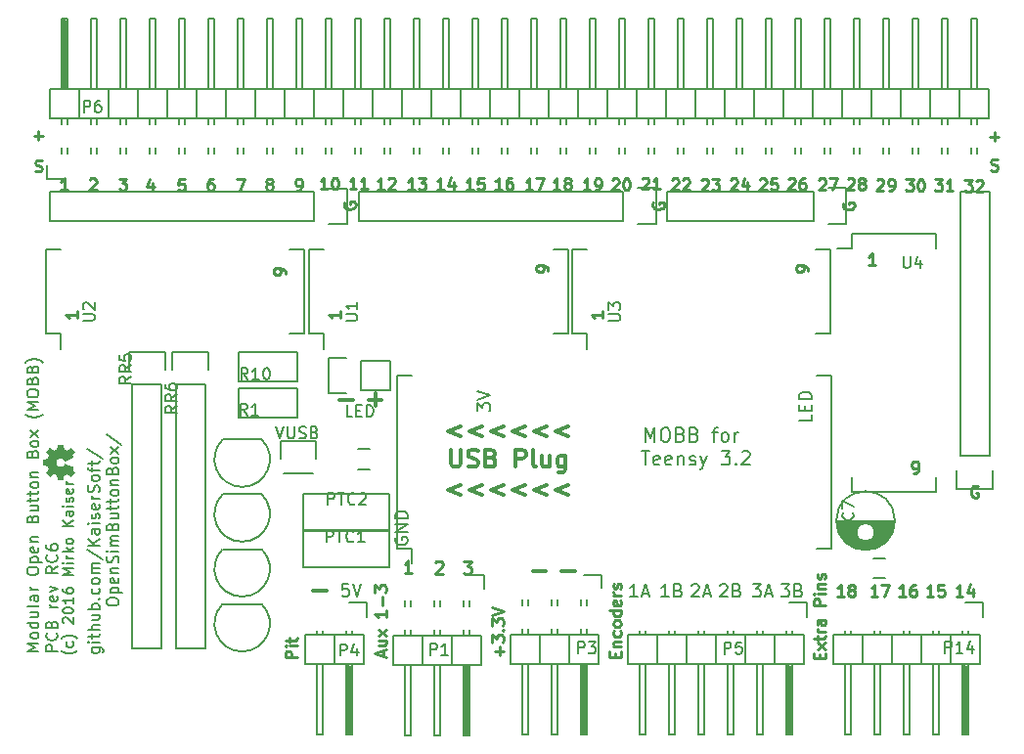
<source format=gto>
G04 #@! TF.FileFunction,Legend,Top*
%FSLAX46Y46*%
G04 Gerber Fmt 4.6, Leading zero omitted, Abs format (unit mm)*
G04 Created by KiCad (PCBNEW 4.0.4-stable) date 12/11/16 18:51:07*
%MOMM*%
%LPD*%
G01*
G04 APERTURE LIST*
%ADD10C,0.100000*%
%ADD11C,0.200000*%
%ADD12C,0.300000*%
%ADD13C,0.250000*%
%ADD14C,0.150000*%
%ADD15C,0.275000*%
%ADD16C,0.002540*%
G04 APERTURE END LIST*
D10*
D11*
X204525643Y-123324881D02*
X204049452Y-123324881D01*
X204049452Y-122324881D01*
X204858976Y-122801071D02*
X205192310Y-122801071D01*
X205335167Y-123324881D02*
X204858976Y-123324881D01*
X204858976Y-122324881D01*
X205335167Y-122324881D01*
X205763738Y-123324881D02*
X205763738Y-122324881D01*
X206001833Y-122324881D01*
X206144691Y-122372500D01*
X206239929Y-122467738D01*
X206287548Y-122562976D01*
X206335167Y-122753452D01*
X206335167Y-122896310D01*
X206287548Y-123086786D01*
X206239929Y-123182024D01*
X206144691Y-123277262D01*
X206001833Y-123324881D01*
X205763738Y-123324881D01*
D12*
X204571428Y-121857143D02*
X203428571Y-121857143D01*
X207071428Y-121857143D02*
X205928571Y-121857143D01*
X206500000Y-122428571D02*
X206500000Y-121285714D01*
D13*
X257365524Y-138882381D02*
X256794095Y-138882381D01*
X257079809Y-138882381D02*
X257079809Y-137882381D01*
X256984571Y-138025238D01*
X256889333Y-138120476D01*
X256794095Y-138168095D01*
X258222667Y-138215714D02*
X258222667Y-138882381D01*
X257984571Y-137834762D02*
X257746476Y-138549048D01*
X258365524Y-138549048D01*
X254825524Y-138882381D02*
X254254095Y-138882381D01*
X254539809Y-138882381D02*
X254539809Y-137882381D01*
X254444571Y-138025238D01*
X254349333Y-138120476D01*
X254254095Y-138168095D01*
X255730286Y-137882381D02*
X255254095Y-137882381D01*
X255206476Y-138358571D01*
X255254095Y-138310952D01*
X255349333Y-138263333D01*
X255587429Y-138263333D01*
X255682667Y-138310952D01*
X255730286Y-138358571D01*
X255777905Y-138453810D01*
X255777905Y-138691905D01*
X255730286Y-138787143D01*
X255682667Y-138834762D01*
X255587429Y-138882381D01*
X255349333Y-138882381D01*
X255254095Y-138834762D01*
X255206476Y-138787143D01*
X252412524Y-138882381D02*
X251841095Y-138882381D01*
X252126809Y-138882381D02*
X252126809Y-137882381D01*
X252031571Y-138025238D01*
X251936333Y-138120476D01*
X251841095Y-138168095D01*
X253269667Y-137882381D02*
X253079190Y-137882381D01*
X252983952Y-137930000D01*
X252936333Y-137977619D01*
X252841095Y-138120476D01*
X252793476Y-138310952D01*
X252793476Y-138691905D01*
X252841095Y-138787143D01*
X252888714Y-138834762D01*
X252983952Y-138882381D01*
X253174429Y-138882381D01*
X253269667Y-138834762D01*
X253317286Y-138787143D01*
X253364905Y-138691905D01*
X253364905Y-138453810D01*
X253317286Y-138358571D01*
X253269667Y-138310952D01*
X253174429Y-138263333D01*
X252983952Y-138263333D01*
X252888714Y-138310952D01*
X252841095Y-138358571D01*
X252793476Y-138453810D01*
X249999524Y-138882381D02*
X249428095Y-138882381D01*
X249713809Y-138882381D02*
X249713809Y-137882381D01*
X249618571Y-138025238D01*
X249523333Y-138120476D01*
X249428095Y-138168095D01*
X250332857Y-137882381D02*
X250999524Y-137882381D01*
X250570952Y-138882381D01*
X247078524Y-138882381D02*
X246507095Y-138882381D01*
X246792809Y-138882381D02*
X246792809Y-137882381D01*
X246697571Y-138025238D01*
X246602333Y-138120476D01*
X246507095Y-138168095D01*
X247649952Y-138310952D02*
X247554714Y-138263333D01*
X247507095Y-138215714D01*
X247459476Y-138120476D01*
X247459476Y-138072857D01*
X247507095Y-137977619D01*
X247554714Y-137930000D01*
X247649952Y-137882381D01*
X247840429Y-137882381D01*
X247935667Y-137930000D01*
X247983286Y-137977619D01*
X248030905Y-138072857D01*
X248030905Y-138120476D01*
X247983286Y-138215714D01*
X247935667Y-138263333D01*
X247840429Y-138310952D01*
X247649952Y-138310952D01*
X247554714Y-138358571D01*
X247507095Y-138406190D01*
X247459476Y-138501429D01*
X247459476Y-138691905D01*
X247507095Y-138787143D01*
X247554714Y-138834762D01*
X247649952Y-138882381D01*
X247840429Y-138882381D01*
X247935667Y-138834762D01*
X247983286Y-138787143D01*
X248030905Y-138691905D01*
X248030905Y-138501429D01*
X247983286Y-138406190D01*
X247935667Y-138358571D01*
X247840429Y-138310952D01*
X244928571Y-144242858D02*
X244928571Y-143909524D01*
X245452381Y-143766667D02*
X245452381Y-144242858D01*
X244452381Y-144242858D01*
X244452381Y-143766667D01*
X245452381Y-143433334D02*
X244785714Y-142909524D01*
X244785714Y-143433334D02*
X245452381Y-142909524D01*
X244785714Y-142671429D02*
X244785714Y-142290477D01*
X244452381Y-142528572D02*
X245309524Y-142528572D01*
X245404762Y-142480953D01*
X245452381Y-142385715D01*
X245452381Y-142290477D01*
X245452381Y-141957143D02*
X244785714Y-141957143D01*
X244976190Y-141957143D02*
X244880952Y-141909524D01*
X244833333Y-141861905D01*
X244785714Y-141766667D01*
X244785714Y-141671428D01*
X245452381Y-140909523D02*
X244928571Y-140909523D01*
X244833333Y-140957142D01*
X244785714Y-141052380D01*
X244785714Y-141242857D01*
X244833333Y-141338095D01*
X245404762Y-140909523D02*
X245452381Y-141004761D01*
X245452381Y-141242857D01*
X245404762Y-141338095D01*
X245309524Y-141385714D01*
X245214286Y-141385714D01*
X245119048Y-141338095D01*
X245071429Y-141242857D01*
X245071429Y-141004761D01*
X245023810Y-140909523D01*
X245452381Y-139671428D02*
X244452381Y-139671428D01*
X244452381Y-139290475D01*
X244500000Y-139195237D01*
X244547619Y-139147618D01*
X244642857Y-139099999D01*
X244785714Y-139099999D01*
X244880952Y-139147618D01*
X244928571Y-139195237D01*
X244976190Y-139290475D01*
X244976190Y-139671428D01*
X245452381Y-138671428D02*
X244785714Y-138671428D01*
X244452381Y-138671428D02*
X244500000Y-138719047D01*
X244547619Y-138671428D01*
X244500000Y-138623809D01*
X244452381Y-138671428D01*
X244547619Y-138671428D01*
X244785714Y-138195238D02*
X245452381Y-138195238D01*
X244880952Y-138195238D02*
X244833333Y-138147619D01*
X244785714Y-138052381D01*
X244785714Y-137909523D01*
X244833333Y-137814285D01*
X244928571Y-137766666D01*
X245452381Y-137766666D01*
X245404762Y-137338095D02*
X245452381Y-137242857D01*
X245452381Y-137052381D01*
X245404762Y-136957142D01*
X245309524Y-136909523D01*
X245261905Y-136909523D01*
X245166667Y-136957142D01*
X245119048Y-137052381D01*
X245119048Y-137195238D01*
X245071429Y-137290476D01*
X244976190Y-137338095D01*
X244928571Y-137338095D01*
X244833333Y-137290476D01*
X244785714Y-137195238D01*
X244785714Y-137052381D01*
X244833333Y-136957142D01*
X227258571Y-144112858D02*
X227258571Y-143779524D01*
X227782381Y-143636667D02*
X227782381Y-144112858D01*
X226782381Y-144112858D01*
X226782381Y-143636667D01*
X227115714Y-143208096D02*
X227782381Y-143208096D01*
X227210952Y-143208096D02*
X227163333Y-143160477D01*
X227115714Y-143065239D01*
X227115714Y-142922381D01*
X227163333Y-142827143D01*
X227258571Y-142779524D01*
X227782381Y-142779524D01*
X227734762Y-141874762D02*
X227782381Y-141970000D01*
X227782381Y-142160477D01*
X227734762Y-142255715D01*
X227687143Y-142303334D01*
X227591905Y-142350953D01*
X227306190Y-142350953D01*
X227210952Y-142303334D01*
X227163333Y-142255715D01*
X227115714Y-142160477D01*
X227115714Y-141970000D01*
X227163333Y-141874762D01*
X227782381Y-141303334D02*
X227734762Y-141398572D01*
X227687143Y-141446191D01*
X227591905Y-141493810D01*
X227306190Y-141493810D01*
X227210952Y-141446191D01*
X227163333Y-141398572D01*
X227115714Y-141303334D01*
X227115714Y-141160476D01*
X227163333Y-141065238D01*
X227210952Y-141017619D01*
X227306190Y-140970000D01*
X227591905Y-140970000D01*
X227687143Y-141017619D01*
X227734762Y-141065238D01*
X227782381Y-141160476D01*
X227782381Y-141303334D01*
X227782381Y-140112857D02*
X226782381Y-140112857D01*
X227734762Y-140112857D02*
X227782381Y-140208095D01*
X227782381Y-140398572D01*
X227734762Y-140493810D01*
X227687143Y-140541429D01*
X227591905Y-140589048D01*
X227306190Y-140589048D01*
X227210952Y-140541429D01*
X227163333Y-140493810D01*
X227115714Y-140398572D01*
X227115714Y-140208095D01*
X227163333Y-140112857D01*
X227734762Y-139255714D02*
X227782381Y-139350952D01*
X227782381Y-139541429D01*
X227734762Y-139636667D01*
X227639524Y-139684286D01*
X227258571Y-139684286D01*
X227163333Y-139636667D01*
X227115714Y-139541429D01*
X227115714Y-139350952D01*
X227163333Y-139255714D01*
X227258571Y-139208095D01*
X227353810Y-139208095D01*
X227449048Y-139684286D01*
X227782381Y-138779524D02*
X227115714Y-138779524D01*
X227306190Y-138779524D02*
X227210952Y-138731905D01*
X227163333Y-138684286D01*
X227115714Y-138589048D01*
X227115714Y-138493809D01*
X227734762Y-138208095D02*
X227782381Y-138112857D01*
X227782381Y-137922381D01*
X227734762Y-137827142D01*
X227639524Y-137779523D01*
X227591905Y-137779523D01*
X227496667Y-137827142D01*
X227449048Y-137922381D01*
X227449048Y-138065238D01*
X227401429Y-138160476D01*
X227306190Y-138208095D01*
X227258571Y-138208095D01*
X227163333Y-138160476D01*
X227115714Y-138065238D01*
X227115714Y-137922381D01*
X227163333Y-137827142D01*
X217241429Y-143986000D02*
X217241429Y-143224095D01*
X217622381Y-143605047D02*
X216860476Y-143605047D01*
X216622381Y-142843143D02*
X216622381Y-142224095D01*
X217003333Y-142557429D01*
X217003333Y-142414571D01*
X217050952Y-142319333D01*
X217098571Y-142271714D01*
X217193810Y-142224095D01*
X217431905Y-142224095D01*
X217527143Y-142271714D01*
X217574762Y-142319333D01*
X217622381Y-142414571D01*
X217622381Y-142700286D01*
X217574762Y-142795524D01*
X217527143Y-142843143D01*
X217527143Y-141795524D02*
X217574762Y-141747905D01*
X217622381Y-141795524D01*
X217574762Y-141843143D01*
X217527143Y-141795524D01*
X217622381Y-141795524D01*
X216622381Y-141414572D02*
X216622381Y-140795524D01*
X217003333Y-141128858D01*
X217003333Y-140986000D01*
X217050952Y-140890762D01*
X217098571Y-140843143D01*
X217193810Y-140795524D01*
X217431905Y-140795524D01*
X217527143Y-140843143D01*
X217574762Y-140890762D01*
X217622381Y-140986000D01*
X217622381Y-141271715D01*
X217574762Y-141366953D01*
X217527143Y-141414572D01*
X216622381Y-140509810D02*
X217622381Y-140176477D01*
X216622381Y-139843143D01*
X207176667Y-144017619D02*
X207176667Y-143541428D01*
X207462381Y-144112857D02*
X206462381Y-143779524D01*
X207462381Y-143446190D01*
X206795714Y-142684285D02*
X207462381Y-142684285D01*
X206795714Y-143112857D02*
X207319524Y-143112857D01*
X207414762Y-143065238D01*
X207462381Y-142970000D01*
X207462381Y-142827142D01*
X207414762Y-142731904D01*
X207367143Y-142684285D01*
X207462381Y-142303333D02*
X206795714Y-141779523D01*
X206795714Y-142303333D02*
X207462381Y-141779523D01*
X207462381Y-140112856D02*
X207462381Y-140684285D01*
X207462381Y-140398571D02*
X206462381Y-140398571D01*
X206605238Y-140493809D01*
X206700476Y-140589047D01*
X206748095Y-140684285D01*
X207081429Y-139684285D02*
X207081429Y-138922380D01*
X206462381Y-138541428D02*
X206462381Y-137922380D01*
X206843333Y-138255714D01*
X206843333Y-138112856D01*
X206890952Y-138017618D01*
X206938571Y-137969999D01*
X207033810Y-137922380D01*
X207271905Y-137922380D01*
X207367143Y-137969999D01*
X207414762Y-138017618D01*
X207462381Y-138112856D01*
X207462381Y-138398571D01*
X207414762Y-138493809D01*
X207367143Y-138541428D01*
X199715381Y-144168714D02*
X198715381Y-144168714D01*
X198715381Y-143787761D01*
X198763000Y-143692523D01*
X198810619Y-143644904D01*
X198905857Y-143597285D01*
X199048714Y-143597285D01*
X199143952Y-143644904D01*
X199191571Y-143692523D01*
X199239190Y-143787761D01*
X199239190Y-144168714D01*
X199715381Y-143168714D02*
X199048714Y-143168714D01*
X198715381Y-143168714D02*
X198763000Y-143216333D01*
X198810619Y-143168714D01*
X198763000Y-143121095D01*
X198715381Y-143168714D01*
X198810619Y-143168714D01*
X199048714Y-142835381D02*
X199048714Y-142454429D01*
X198715381Y-142692524D02*
X199572524Y-142692524D01*
X199667762Y-142644905D01*
X199715381Y-142549667D01*
X199715381Y-142454429D01*
X259814286Y-101979762D02*
X259957143Y-102027381D01*
X260195239Y-102027381D01*
X260290477Y-101979762D01*
X260338096Y-101932143D01*
X260385715Y-101836905D01*
X260385715Y-101741667D01*
X260338096Y-101646429D01*
X260290477Y-101598810D01*
X260195239Y-101551190D01*
X260004762Y-101503571D01*
X259909524Y-101455952D01*
X259861905Y-101408333D01*
X259814286Y-101313095D01*
X259814286Y-101217857D01*
X259861905Y-101122619D01*
X259909524Y-101075000D01*
X260004762Y-101027381D01*
X260242858Y-101027381D01*
X260385715Y-101075000D01*
X177089286Y-102054762D02*
X177232143Y-102102381D01*
X177470239Y-102102381D01*
X177565477Y-102054762D01*
X177613096Y-102007143D01*
X177660715Y-101911905D01*
X177660715Y-101816667D01*
X177613096Y-101721429D01*
X177565477Y-101673810D01*
X177470239Y-101626190D01*
X177279762Y-101578571D01*
X177184524Y-101530952D01*
X177136905Y-101483333D01*
X177089286Y-101388095D01*
X177089286Y-101292857D01*
X177136905Y-101197619D01*
X177184524Y-101150000D01*
X177279762Y-101102381D01*
X177517858Y-101102381D01*
X177660715Y-101150000D01*
X254940476Y-102777381D02*
X255559524Y-102777381D01*
X255226190Y-103158333D01*
X255369048Y-103158333D01*
X255464286Y-103205952D01*
X255511905Y-103253571D01*
X255559524Y-103348810D01*
X255559524Y-103586905D01*
X255511905Y-103682143D01*
X255464286Y-103729762D01*
X255369048Y-103777381D01*
X255083333Y-103777381D01*
X254988095Y-103729762D01*
X254940476Y-103682143D01*
X256511905Y-103777381D02*
X255940476Y-103777381D01*
X256226190Y-103777381D02*
X256226190Y-102777381D01*
X256130952Y-102920238D01*
X256035714Y-103015476D01*
X255940476Y-103063095D01*
X252440476Y-102777381D02*
X253059524Y-102777381D01*
X252726190Y-103158333D01*
X252869048Y-103158333D01*
X252964286Y-103205952D01*
X253011905Y-103253571D01*
X253059524Y-103348810D01*
X253059524Y-103586905D01*
X253011905Y-103682143D01*
X252964286Y-103729762D01*
X252869048Y-103777381D01*
X252583333Y-103777381D01*
X252488095Y-103729762D01*
X252440476Y-103682143D01*
X253678571Y-102777381D02*
X253773810Y-102777381D01*
X253869048Y-102825000D01*
X253916667Y-102872619D01*
X253964286Y-102967857D01*
X254011905Y-103158333D01*
X254011905Y-103396429D01*
X253964286Y-103586905D01*
X253916667Y-103682143D01*
X253869048Y-103729762D01*
X253773810Y-103777381D01*
X253678571Y-103777381D01*
X253583333Y-103729762D01*
X253535714Y-103682143D01*
X253488095Y-103586905D01*
X253440476Y-103396429D01*
X253440476Y-103158333D01*
X253488095Y-102967857D01*
X253535714Y-102872619D01*
X253583333Y-102825000D01*
X253678571Y-102777381D01*
X249938095Y-102847619D02*
X249985714Y-102800000D01*
X250080952Y-102752381D01*
X250319048Y-102752381D01*
X250414286Y-102800000D01*
X250461905Y-102847619D01*
X250509524Y-102942857D01*
X250509524Y-103038095D01*
X250461905Y-103180952D01*
X249890476Y-103752381D01*
X250509524Y-103752381D01*
X250985714Y-103752381D02*
X251176190Y-103752381D01*
X251271429Y-103704762D01*
X251319048Y-103657143D01*
X251414286Y-103514286D01*
X251461905Y-103323810D01*
X251461905Y-102942857D01*
X251414286Y-102847619D01*
X251366667Y-102800000D01*
X251271429Y-102752381D01*
X251080952Y-102752381D01*
X250985714Y-102800000D01*
X250938095Y-102847619D01*
X250890476Y-102942857D01*
X250890476Y-103180952D01*
X250938095Y-103276190D01*
X250985714Y-103323810D01*
X251080952Y-103371429D01*
X251271429Y-103371429D01*
X251366667Y-103323810D01*
X251414286Y-103276190D01*
X251461905Y-103180952D01*
X247388095Y-102772619D02*
X247435714Y-102725000D01*
X247530952Y-102677381D01*
X247769048Y-102677381D01*
X247864286Y-102725000D01*
X247911905Y-102772619D01*
X247959524Y-102867857D01*
X247959524Y-102963095D01*
X247911905Y-103105952D01*
X247340476Y-103677381D01*
X247959524Y-103677381D01*
X248530952Y-103105952D02*
X248435714Y-103058333D01*
X248388095Y-103010714D01*
X248340476Y-102915476D01*
X248340476Y-102867857D01*
X248388095Y-102772619D01*
X248435714Y-102725000D01*
X248530952Y-102677381D01*
X248721429Y-102677381D01*
X248816667Y-102725000D01*
X248864286Y-102772619D01*
X248911905Y-102867857D01*
X248911905Y-102915476D01*
X248864286Y-103010714D01*
X248816667Y-103058333D01*
X248721429Y-103105952D01*
X248530952Y-103105952D01*
X248435714Y-103153571D01*
X248388095Y-103201190D01*
X248340476Y-103296429D01*
X248340476Y-103486905D01*
X248388095Y-103582143D01*
X248435714Y-103629762D01*
X248530952Y-103677381D01*
X248721429Y-103677381D01*
X248816667Y-103629762D01*
X248864286Y-103582143D01*
X248911905Y-103486905D01*
X248911905Y-103296429D01*
X248864286Y-103201190D01*
X248816667Y-103153571D01*
X248721429Y-103105952D01*
X244913095Y-102797619D02*
X244960714Y-102750000D01*
X245055952Y-102702381D01*
X245294048Y-102702381D01*
X245389286Y-102750000D01*
X245436905Y-102797619D01*
X245484524Y-102892857D01*
X245484524Y-102988095D01*
X245436905Y-103130952D01*
X244865476Y-103702381D01*
X245484524Y-103702381D01*
X245817857Y-102702381D02*
X246484524Y-102702381D01*
X246055952Y-103702381D01*
X242263095Y-102772619D02*
X242310714Y-102725000D01*
X242405952Y-102677381D01*
X242644048Y-102677381D01*
X242739286Y-102725000D01*
X242786905Y-102772619D01*
X242834524Y-102867857D01*
X242834524Y-102963095D01*
X242786905Y-103105952D01*
X242215476Y-103677381D01*
X242834524Y-103677381D01*
X243691667Y-102677381D02*
X243501190Y-102677381D01*
X243405952Y-102725000D01*
X243358333Y-102772619D01*
X243263095Y-102915476D01*
X243215476Y-103105952D01*
X243215476Y-103486905D01*
X243263095Y-103582143D01*
X243310714Y-103629762D01*
X243405952Y-103677381D01*
X243596429Y-103677381D01*
X243691667Y-103629762D01*
X243739286Y-103582143D01*
X243786905Y-103486905D01*
X243786905Y-103248810D01*
X243739286Y-103153571D01*
X243691667Y-103105952D01*
X243596429Y-103058333D01*
X243405952Y-103058333D01*
X243310714Y-103105952D01*
X243263095Y-103153571D01*
X243215476Y-103248810D01*
X239788095Y-102797619D02*
X239835714Y-102750000D01*
X239930952Y-102702381D01*
X240169048Y-102702381D01*
X240264286Y-102750000D01*
X240311905Y-102797619D01*
X240359524Y-102892857D01*
X240359524Y-102988095D01*
X240311905Y-103130952D01*
X239740476Y-103702381D01*
X240359524Y-103702381D01*
X241264286Y-102702381D02*
X240788095Y-102702381D01*
X240740476Y-103178571D01*
X240788095Y-103130952D01*
X240883333Y-103083333D01*
X241121429Y-103083333D01*
X241216667Y-103130952D01*
X241264286Y-103178571D01*
X241311905Y-103273810D01*
X241311905Y-103511905D01*
X241264286Y-103607143D01*
X241216667Y-103654762D01*
X241121429Y-103702381D01*
X240883333Y-103702381D01*
X240788095Y-103654762D01*
X240740476Y-103607143D01*
X237288095Y-102797619D02*
X237335714Y-102750000D01*
X237430952Y-102702381D01*
X237669048Y-102702381D01*
X237764286Y-102750000D01*
X237811905Y-102797619D01*
X237859524Y-102892857D01*
X237859524Y-102988095D01*
X237811905Y-103130952D01*
X237240476Y-103702381D01*
X237859524Y-103702381D01*
X238716667Y-103035714D02*
X238716667Y-103702381D01*
X238478571Y-102654762D02*
X238240476Y-103369048D01*
X238859524Y-103369048D01*
X234763095Y-102847619D02*
X234810714Y-102800000D01*
X234905952Y-102752381D01*
X235144048Y-102752381D01*
X235239286Y-102800000D01*
X235286905Y-102847619D01*
X235334524Y-102942857D01*
X235334524Y-103038095D01*
X235286905Y-103180952D01*
X234715476Y-103752381D01*
X235334524Y-103752381D01*
X235667857Y-102752381D02*
X236286905Y-102752381D01*
X235953571Y-103133333D01*
X236096429Y-103133333D01*
X236191667Y-103180952D01*
X236239286Y-103228571D01*
X236286905Y-103323810D01*
X236286905Y-103561905D01*
X236239286Y-103657143D01*
X236191667Y-103704762D01*
X236096429Y-103752381D01*
X235810714Y-103752381D01*
X235715476Y-103704762D01*
X235667857Y-103657143D01*
X232188095Y-102797619D02*
X232235714Y-102750000D01*
X232330952Y-102702381D01*
X232569048Y-102702381D01*
X232664286Y-102750000D01*
X232711905Y-102797619D01*
X232759524Y-102892857D01*
X232759524Y-102988095D01*
X232711905Y-103130952D01*
X232140476Y-103702381D01*
X232759524Y-103702381D01*
X233140476Y-102797619D02*
X233188095Y-102750000D01*
X233283333Y-102702381D01*
X233521429Y-102702381D01*
X233616667Y-102750000D01*
X233664286Y-102797619D01*
X233711905Y-102892857D01*
X233711905Y-102988095D01*
X233664286Y-103130952D01*
X233092857Y-103702381D01*
X233711905Y-103702381D01*
X229613095Y-102722619D02*
X229660714Y-102675000D01*
X229755952Y-102627381D01*
X229994048Y-102627381D01*
X230089286Y-102675000D01*
X230136905Y-102722619D01*
X230184524Y-102817857D01*
X230184524Y-102913095D01*
X230136905Y-103055952D01*
X229565476Y-103627381D01*
X230184524Y-103627381D01*
X231136905Y-103627381D02*
X230565476Y-103627381D01*
X230851190Y-103627381D02*
X230851190Y-102627381D01*
X230755952Y-102770238D01*
X230660714Y-102865476D01*
X230565476Y-102913095D01*
X227013095Y-102797619D02*
X227060714Y-102750000D01*
X227155952Y-102702381D01*
X227394048Y-102702381D01*
X227489286Y-102750000D01*
X227536905Y-102797619D01*
X227584524Y-102892857D01*
X227584524Y-102988095D01*
X227536905Y-103130952D01*
X226965476Y-103702381D01*
X227584524Y-103702381D01*
X228203571Y-102702381D02*
X228298810Y-102702381D01*
X228394048Y-102750000D01*
X228441667Y-102797619D01*
X228489286Y-102892857D01*
X228536905Y-103083333D01*
X228536905Y-103321429D01*
X228489286Y-103511905D01*
X228441667Y-103607143D01*
X228394048Y-103654762D01*
X228298810Y-103702381D01*
X228203571Y-103702381D01*
X228108333Y-103654762D01*
X228060714Y-103607143D01*
X228013095Y-103511905D01*
X227965476Y-103321429D01*
X227965476Y-103083333D01*
X228013095Y-102892857D01*
X228060714Y-102797619D01*
X228108333Y-102750000D01*
X228203571Y-102702381D01*
X225109524Y-103702381D02*
X224538095Y-103702381D01*
X224823809Y-103702381D02*
X224823809Y-102702381D01*
X224728571Y-102845238D01*
X224633333Y-102940476D01*
X224538095Y-102988095D01*
X225585714Y-103702381D02*
X225776190Y-103702381D01*
X225871429Y-103654762D01*
X225919048Y-103607143D01*
X226014286Y-103464286D01*
X226061905Y-103273810D01*
X226061905Y-102892857D01*
X226014286Y-102797619D01*
X225966667Y-102750000D01*
X225871429Y-102702381D01*
X225680952Y-102702381D01*
X225585714Y-102750000D01*
X225538095Y-102797619D01*
X225490476Y-102892857D01*
X225490476Y-103130952D01*
X225538095Y-103226190D01*
X225585714Y-103273810D01*
X225680952Y-103321429D01*
X225871429Y-103321429D01*
X225966667Y-103273810D01*
X226014286Y-103226190D01*
X226061905Y-103130952D01*
X222484524Y-103677381D02*
X221913095Y-103677381D01*
X222198809Y-103677381D02*
X222198809Y-102677381D01*
X222103571Y-102820238D01*
X222008333Y-102915476D01*
X221913095Y-102963095D01*
X223055952Y-103105952D02*
X222960714Y-103058333D01*
X222913095Y-103010714D01*
X222865476Y-102915476D01*
X222865476Y-102867857D01*
X222913095Y-102772619D01*
X222960714Y-102725000D01*
X223055952Y-102677381D01*
X223246429Y-102677381D01*
X223341667Y-102725000D01*
X223389286Y-102772619D01*
X223436905Y-102867857D01*
X223436905Y-102915476D01*
X223389286Y-103010714D01*
X223341667Y-103058333D01*
X223246429Y-103105952D01*
X223055952Y-103105952D01*
X222960714Y-103153571D01*
X222913095Y-103201190D01*
X222865476Y-103296429D01*
X222865476Y-103486905D01*
X222913095Y-103582143D01*
X222960714Y-103629762D01*
X223055952Y-103677381D01*
X223246429Y-103677381D01*
X223341667Y-103629762D01*
X223389286Y-103582143D01*
X223436905Y-103486905D01*
X223436905Y-103296429D01*
X223389286Y-103201190D01*
X223341667Y-103153571D01*
X223246429Y-103105952D01*
X220109524Y-103702381D02*
X219538095Y-103702381D01*
X219823809Y-103702381D02*
X219823809Y-102702381D01*
X219728571Y-102845238D01*
X219633333Y-102940476D01*
X219538095Y-102988095D01*
X220442857Y-102702381D02*
X221109524Y-102702381D01*
X220680952Y-103702381D01*
X217459524Y-103652381D02*
X216888095Y-103652381D01*
X217173809Y-103652381D02*
X217173809Y-102652381D01*
X217078571Y-102795238D01*
X216983333Y-102890476D01*
X216888095Y-102938095D01*
X218316667Y-102652381D02*
X218126190Y-102652381D01*
X218030952Y-102700000D01*
X217983333Y-102747619D01*
X217888095Y-102890476D01*
X217840476Y-103080952D01*
X217840476Y-103461905D01*
X217888095Y-103557143D01*
X217935714Y-103604762D01*
X218030952Y-103652381D01*
X218221429Y-103652381D01*
X218316667Y-103604762D01*
X218364286Y-103557143D01*
X218411905Y-103461905D01*
X218411905Y-103223810D01*
X218364286Y-103128571D01*
X218316667Y-103080952D01*
X218221429Y-103033333D01*
X218030952Y-103033333D01*
X217935714Y-103080952D01*
X217888095Y-103128571D01*
X217840476Y-103223810D01*
X214984524Y-103677381D02*
X214413095Y-103677381D01*
X214698809Y-103677381D02*
X214698809Y-102677381D01*
X214603571Y-102820238D01*
X214508333Y-102915476D01*
X214413095Y-102963095D01*
X215889286Y-102677381D02*
X215413095Y-102677381D01*
X215365476Y-103153571D01*
X215413095Y-103105952D01*
X215508333Y-103058333D01*
X215746429Y-103058333D01*
X215841667Y-103105952D01*
X215889286Y-103153571D01*
X215936905Y-103248810D01*
X215936905Y-103486905D01*
X215889286Y-103582143D01*
X215841667Y-103629762D01*
X215746429Y-103677381D01*
X215508333Y-103677381D01*
X215413095Y-103629762D01*
X215365476Y-103582143D01*
X212434524Y-103652381D02*
X211863095Y-103652381D01*
X212148809Y-103652381D02*
X212148809Y-102652381D01*
X212053571Y-102795238D01*
X211958333Y-102890476D01*
X211863095Y-102938095D01*
X213291667Y-102985714D02*
X213291667Y-103652381D01*
X213053571Y-102604762D02*
X212815476Y-103319048D01*
X213434524Y-103319048D01*
X209909524Y-103677381D02*
X209338095Y-103677381D01*
X209623809Y-103677381D02*
X209623809Y-102677381D01*
X209528571Y-102820238D01*
X209433333Y-102915476D01*
X209338095Y-102963095D01*
X210242857Y-102677381D02*
X210861905Y-102677381D01*
X210528571Y-103058333D01*
X210671429Y-103058333D01*
X210766667Y-103105952D01*
X210814286Y-103153571D01*
X210861905Y-103248810D01*
X210861905Y-103486905D01*
X210814286Y-103582143D01*
X210766667Y-103629762D01*
X210671429Y-103677381D01*
X210385714Y-103677381D01*
X210290476Y-103629762D01*
X210242857Y-103582143D01*
X207259524Y-103652381D02*
X206688095Y-103652381D01*
X206973809Y-103652381D02*
X206973809Y-102652381D01*
X206878571Y-102795238D01*
X206783333Y-102890476D01*
X206688095Y-102938095D01*
X207640476Y-102747619D02*
X207688095Y-102700000D01*
X207783333Y-102652381D01*
X208021429Y-102652381D01*
X208116667Y-102700000D01*
X208164286Y-102747619D01*
X208211905Y-102842857D01*
X208211905Y-102938095D01*
X208164286Y-103080952D01*
X207592857Y-103652381D01*
X208211905Y-103652381D01*
X204859524Y-103627381D02*
X204288095Y-103627381D01*
X204573809Y-103627381D02*
X204573809Y-102627381D01*
X204478571Y-102770238D01*
X204383333Y-102865476D01*
X204288095Y-102913095D01*
X205811905Y-103627381D02*
X205240476Y-103627381D01*
X205526190Y-103627381D02*
X205526190Y-102627381D01*
X205430952Y-102770238D01*
X205335714Y-102865476D01*
X205240476Y-102913095D01*
X202359524Y-103627381D02*
X201788095Y-103627381D01*
X202073809Y-103627381D02*
X202073809Y-102627381D01*
X201978571Y-102770238D01*
X201883333Y-102865476D01*
X201788095Y-102913095D01*
X202978571Y-102627381D02*
X203073810Y-102627381D01*
X203169048Y-102675000D01*
X203216667Y-102722619D01*
X203264286Y-102817857D01*
X203311905Y-103008333D01*
X203311905Y-103246429D01*
X203264286Y-103436905D01*
X203216667Y-103532143D01*
X203169048Y-103579762D01*
X203073810Y-103627381D01*
X202978571Y-103627381D01*
X202883333Y-103579762D01*
X202835714Y-103532143D01*
X202788095Y-103436905D01*
X202740476Y-103246429D01*
X202740476Y-103008333D01*
X202788095Y-102817857D01*
X202835714Y-102722619D01*
X202883333Y-102675000D01*
X202978571Y-102627381D01*
X199684524Y-103727381D02*
X199875000Y-103727381D01*
X199970239Y-103679762D01*
X200017858Y-103632143D01*
X200113096Y-103489286D01*
X200160715Y-103298810D01*
X200160715Y-102917857D01*
X200113096Y-102822619D01*
X200065477Y-102775000D01*
X199970239Y-102727381D01*
X199779762Y-102727381D01*
X199684524Y-102775000D01*
X199636905Y-102822619D01*
X199589286Y-102917857D01*
X199589286Y-103155952D01*
X199636905Y-103251190D01*
X199684524Y-103298810D01*
X199779762Y-103346429D01*
X199970239Y-103346429D01*
X200065477Y-103298810D01*
X200113096Y-103251190D01*
X200160715Y-103155952D01*
X197254762Y-103155952D02*
X197159524Y-103108333D01*
X197111905Y-103060714D01*
X197064286Y-102965476D01*
X197064286Y-102917857D01*
X197111905Y-102822619D01*
X197159524Y-102775000D01*
X197254762Y-102727381D01*
X197445239Y-102727381D01*
X197540477Y-102775000D01*
X197588096Y-102822619D01*
X197635715Y-102917857D01*
X197635715Y-102965476D01*
X197588096Y-103060714D01*
X197540477Y-103108333D01*
X197445239Y-103155952D01*
X197254762Y-103155952D01*
X197159524Y-103203571D01*
X197111905Y-103251190D01*
X197064286Y-103346429D01*
X197064286Y-103536905D01*
X197111905Y-103632143D01*
X197159524Y-103679762D01*
X197254762Y-103727381D01*
X197445239Y-103727381D01*
X197540477Y-103679762D01*
X197588096Y-103632143D01*
X197635715Y-103536905D01*
X197635715Y-103346429D01*
X197588096Y-103251190D01*
X197540477Y-103203571D01*
X197445239Y-103155952D01*
X194516667Y-102752381D02*
X195183334Y-102752381D01*
X194754762Y-103752381D01*
X192440477Y-102727381D02*
X192250000Y-102727381D01*
X192154762Y-102775000D01*
X192107143Y-102822619D01*
X192011905Y-102965476D01*
X191964286Y-103155952D01*
X191964286Y-103536905D01*
X192011905Y-103632143D01*
X192059524Y-103679762D01*
X192154762Y-103727381D01*
X192345239Y-103727381D01*
X192440477Y-103679762D01*
X192488096Y-103632143D01*
X192535715Y-103536905D01*
X192535715Y-103298810D01*
X192488096Y-103203571D01*
X192440477Y-103155952D01*
X192345239Y-103108333D01*
X192154762Y-103108333D01*
X192059524Y-103155952D01*
X192011905Y-103203571D01*
X191964286Y-103298810D01*
X189988096Y-102752381D02*
X189511905Y-102752381D01*
X189464286Y-103228571D01*
X189511905Y-103180952D01*
X189607143Y-103133333D01*
X189845239Y-103133333D01*
X189940477Y-103180952D01*
X189988096Y-103228571D01*
X190035715Y-103323810D01*
X190035715Y-103561905D01*
X189988096Y-103657143D01*
X189940477Y-103704762D01*
X189845239Y-103752381D01*
X189607143Y-103752381D01*
X189511905Y-103704762D01*
X189464286Y-103657143D01*
X187215477Y-103085714D02*
X187215477Y-103752381D01*
X186977381Y-102704762D02*
X186739286Y-103419048D01*
X187358334Y-103419048D01*
X184341667Y-102727381D02*
X184960715Y-102727381D01*
X184627381Y-103108333D01*
X184770239Y-103108333D01*
X184865477Y-103155952D01*
X184913096Y-103203571D01*
X184960715Y-103298810D01*
X184960715Y-103536905D01*
X184913096Y-103632143D01*
X184865477Y-103679762D01*
X184770239Y-103727381D01*
X184484524Y-103727381D01*
X184389286Y-103679762D01*
X184341667Y-103632143D01*
X181789286Y-102797619D02*
X181836905Y-102750000D01*
X181932143Y-102702381D01*
X182170239Y-102702381D01*
X182265477Y-102750000D01*
X182313096Y-102797619D01*
X182360715Y-102892857D01*
X182360715Y-102988095D01*
X182313096Y-103130952D01*
X181741667Y-103702381D01*
X182360715Y-103702381D01*
D14*
X180700000Y-143560713D02*
X180657143Y-143603571D01*
X180528571Y-143689285D01*
X180442857Y-143732142D01*
X180314286Y-143774999D01*
X180100000Y-143817856D01*
X179928571Y-143817856D01*
X179714286Y-143774999D01*
X179585714Y-143732142D01*
X179500000Y-143689285D01*
X179371429Y-143603571D01*
X179328571Y-143560713D01*
X180314286Y-142832142D02*
X180357143Y-142917856D01*
X180357143Y-143089285D01*
X180314286Y-143174999D01*
X180271429Y-143217856D01*
X180185714Y-143260713D01*
X179928571Y-143260713D01*
X179842857Y-143217856D01*
X179800000Y-143174999D01*
X179757143Y-143089285D01*
X179757143Y-142917856D01*
X179800000Y-142832142D01*
X180700000Y-142532142D02*
X180657143Y-142489284D01*
X180528571Y-142403570D01*
X180442857Y-142360713D01*
X180314286Y-142317856D01*
X180100000Y-142274999D01*
X179928571Y-142274999D01*
X179714286Y-142317856D01*
X179585714Y-142360713D01*
X179500000Y-142403570D01*
X179371429Y-142489284D01*
X179328571Y-142532142D01*
X179542857Y-141203570D02*
X179500000Y-141160713D01*
X179457143Y-141074999D01*
X179457143Y-140860713D01*
X179500000Y-140774999D01*
X179542857Y-140732142D01*
X179628571Y-140689285D01*
X179714286Y-140689285D01*
X179842857Y-140732142D01*
X180357143Y-141246428D01*
X180357143Y-140689285D01*
X179457143Y-140132142D02*
X179457143Y-140046427D01*
X179500000Y-139960713D01*
X179542857Y-139917856D01*
X179628571Y-139874999D01*
X179800000Y-139832142D01*
X180014286Y-139832142D01*
X180185714Y-139874999D01*
X180271429Y-139917856D01*
X180314286Y-139960713D01*
X180357143Y-140046427D01*
X180357143Y-140132142D01*
X180314286Y-140217856D01*
X180271429Y-140260713D01*
X180185714Y-140303570D01*
X180014286Y-140346427D01*
X179800000Y-140346427D01*
X179628571Y-140303570D01*
X179542857Y-140260713D01*
X179500000Y-140217856D01*
X179457143Y-140132142D01*
X180357143Y-138974999D02*
X180357143Y-139489284D01*
X180357143Y-139232142D02*
X179457143Y-139232142D01*
X179585714Y-139317856D01*
X179671429Y-139403570D01*
X179714286Y-139489284D01*
X179457143Y-138203570D02*
X179457143Y-138374999D01*
X179500000Y-138460713D01*
X179542857Y-138503570D01*
X179671429Y-138589284D01*
X179842857Y-138632141D01*
X180185714Y-138632141D01*
X180271429Y-138589284D01*
X180314286Y-138546427D01*
X180357143Y-138460713D01*
X180357143Y-138289284D01*
X180314286Y-138203570D01*
X180271429Y-138160713D01*
X180185714Y-138117856D01*
X179971429Y-138117856D01*
X179885714Y-138160713D01*
X179842857Y-138203570D01*
X179800000Y-138289284D01*
X179800000Y-138460713D01*
X179842857Y-138546427D01*
X179885714Y-138589284D01*
X179971429Y-138632141D01*
X180357143Y-137046427D02*
X179457143Y-137046427D01*
X180100000Y-136746427D01*
X179457143Y-136446427D01*
X180357143Y-136446427D01*
X180357143Y-136017856D02*
X179757143Y-136017856D01*
X179457143Y-136017856D02*
X179500000Y-136060713D01*
X179542857Y-136017856D01*
X179500000Y-135974999D01*
X179457143Y-136017856D01*
X179542857Y-136017856D01*
X180357143Y-135589285D02*
X179757143Y-135589285D01*
X179928571Y-135589285D02*
X179842857Y-135546428D01*
X179800000Y-135503571D01*
X179757143Y-135417857D01*
X179757143Y-135332142D01*
X180357143Y-135032142D02*
X179457143Y-135032142D01*
X180014286Y-134946428D02*
X180357143Y-134689285D01*
X179757143Y-134689285D02*
X180100000Y-135032142D01*
X180357143Y-134175000D02*
X180314286Y-134260714D01*
X180271429Y-134303571D01*
X180185714Y-134346428D01*
X179928571Y-134346428D01*
X179842857Y-134303571D01*
X179800000Y-134260714D01*
X179757143Y-134175000D01*
X179757143Y-134046428D01*
X179800000Y-133960714D01*
X179842857Y-133917857D01*
X179928571Y-133875000D01*
X180185714Y-133875000D01*
X180271429Y-133917857D01*
X180314286Y-133960714D01*
X180357143Y-134046428D01*
X180357143Y-134175000D01*
X180357143Y-132803571D02*
X179457143Y-132803571D01*
X180357143Y-132289286D02*
X179842857Y-132675000D01*
X179457143Y-132289286D02*
X179971429Y-132803571D01*
X180357143Y-131517857D02*
X179885714Y-131517857D01*
X179800000Y-131560714D01*
X179757143Y-131646428D01*
X179757143Y-131817857D01*
X179800000Y-131903571D01*
X180314286Y-131517857D02*
X180357143Y-131603571D01*
X180357143Y-131817857D01*
X180314286Y-131903571D01*
X180228571Y-131946428D01*
X180142857Y-131946428D01*
X180057143Y-131903571D01*
X180014286Y-131817857D01*
X180014286Y-131603571D01*
X179971429Y-131517857D01*
X180357143Y-131089285D02*
X179757143Y-131089285D01*
X179457143Y-131089285D02*
X179500000Y-131132142D01*
X179542857Y-131089285D01*
X179500000Y-131046428D01*
X179457143Y-131089285D01*
X179542857Y-131089285D01*
X180314286Y-130703571D02*
X180357143Y-130617857D01*
X180357143Y-130446429D01*
X180314286Y-130360714D01*
X180228571Y-130317857D01*
X180185714Y-130317857D01*
X180100000Y-130360714D01*
X180057143Y-130446429D01*
X180057143Y-130575000D01*
X180014286Y-130660714D01*
X179928571Y-130703571D01*
X179885714Y-130703571D01*
X179800000Y-130660714D01*
X179757143Y-130575000D01*
X179757143Y-130446429D01*
X179800000Y-130360714D01*
X180314286Y-129589286D02*
X180357143Y-129675000D01*
X180357143Y-129846429D01*
X180314286Y-129932143D01*
X180228571Y-129975000D01*
X179885714Y-129975000D01*
X179800000Y-129932143D01*
X179757143Y-129846429D01*
X179757143Y-129675000D01*
X179800000Y-129589286D01*
X179885714Y-129546429D01*
X179971429Y-129546429D01*
X180057143Y-129975000D01*
X180357143Y-129160714D02*
X179757143Y-129160714D01*
X179928571Y-129160714D02*
X179842857Y-129117857D01*
X179800000Y-129075000D01*
X179757143Y-128989286D01*
X179757143Y-128903571D01*
D12*
X222628572Y-136707143D02*
X223771429Y-136707143D01*
X220128572Y-136707143D02*
X221271429Y-136707143D01*
D13*
X259719048Y-99096429D02*
X260480953Y-99096429D01*
X260100001Y-99477381D02*
X260100001Y-98715476D01*
X257540476Y-102827381D02*
X258159524Y-102827381D01*
X257826190Y-103208333D01*
X257969048Y-103208333D01*
X258064286Y-103255952D01*
X258111905Y-103303571D01*
X258159524Y-103398810D01*
X258159524Y-103636905D01*
X258111905Y-103732143D01*
X258064286Y-103779762D01*
X257969048Y-103827381D01*
X257683333Y-103827381D01*
X257588095Y-103779762D01*
X257540476Y-103732143D01*
X258540476Y-102922619D02*
X258588095Y-102875000D01*
X258683333Y-102827381D01*
X258921429Y-102827381D01*
X259016667Y-102875000D01*
X259064286Y-102922619D01*
X259111905Y-103017857D01*
X259111905Y-103113095D01*
X259064286Y-103255952D01*
X258492857Y-103827381D01*
X259111905Y-103827381D01*
X177321429Y-99380952D02*
X177321429Y-98619047D01*
X177702381Y-98999999D02*
X176940476Y-98999999D01*
X179860715Y-103677381D02*
X179289286Y-103677381D01*
X179575000Y-103677381D02*
X179575000Y-102677381D01*
X179479762Y-102820238D01*
X179384524Y-102915476D01*
X179289286Y-102963095D01*
X203843000Y-104767095D02*
X203795381Y-104862333D01*
X203795381Y-105005190D01*
X203843000Y-105148048D01*
X203938238Y-105243286D01*
X204033476Y-105290905D01*
X204223952Y-105338524D01*
X204366810Y-105338524D01*
X204557286Y-105290905D01*
X204652524Y-105243286D01*
X204747762Y-105148048D01*
X204795381Y-105005190D01*
X204795381Y-104909952D01*
X204747762Y-104767095D01*
X204700143Y-104719476D01*
X204366810Y-104719476D01*
X204366810Y-104909952D01*
X230575000Y-104788095D02*
X230527381Y-104883333D01*
X230527381Y-105026190D01*
X230575000Y-105169048D01*
X230670238Y-105264286D01*
X230765476Y-105311905D01*
X230955952Y-105359524D01*
X231098810Y-105359524D01*
X231289286Y-105311905D01*
X231384524Y-105264286D01*
X231479762Y-105169048D01*
X231527381Y-105026190D01*
X231527381Y-104930952D01*
X231479762Y-104788095D01*
X231432143Y-104740476D01*
X231098810Y-104740476D01*
X231098810Y-104930952D01*
X258643405Y-129357500D02*
X258548167Y-129309881D01*
X258405310Y-129309881D01*
X258262452Y-129357500D01*
X258167214Y-129452738D01*
X258119595Y-129547976D01*
X258071976Y-129738452D01*
X258071976Y-129881310D01*
X258119595Y-130071786D01*
X258167214Y-130167024D01*
X258262452Y-130262262D01*
X258405310Y-130309881D01*
X258500548Y-130309881D01*
X258643405Y-130262262D01*
X258691024Y-130214643D01*
X258691024Y-129881310D01*
X258500548Y-129881310D01*
X247023000Y-104830595D02*
X246975381Y-104925833D01*
X246975381Y-105068690D01*
X247023000Y-105211548D01*
X247118238Y-105306786D01*
X247213476Y-105354405D01*
X247403952Y-105402024D01*
X247546810Y-105402024D01*
X247737286Y-105354405D01*
X247832524Y-105306786D01*
X247927762Y-105211548D01*
X247975381Y-105068690D01*
X247975381Y-104973452D01*
X247927762Y-104830595D01*
X247880143Y-104782976D01*
X247546810Y-104782976D01*
X247546810Y-104973452D01*
X253059524Y-128202381D02*
X253250000Y-128202381D01*
X253345239Y-128154762D01*
X253392858Y-128107143D01*
X253488096Y-127964286D01*
X253535715Y-127773810D01*
X253535715Y-127392857D01*
X253488096Y-127297619D01*
X253440477Y-127250000D01*
X253345239Y-127202381D01*
X253154762Y-127202381D01*
X253059524Y-127250000D01*
X253011905Y-127297619D01*
X252964286Y-127392857D01*
X252964286Y-127630952D01*
X253011905Y-127726190D01*
X253059524Y-127773810D01*
X253154762Y-127821429D01*
X253345239Y-127821429D01*
X253440477Y-127773810D01*
X253488096Y-127726190D01*
X253535715Y-127630952D01*
X249785715Y-110202381D02*
X249214286Y-110202381D01*
X249500000Y-110202381D02*
X249500000Y-109202381D01*
X249404762Y-109345238D01*
X249309524Y-109440476D01*
X249214286Y-109488095D01*
X243952381Y-110690476D02*
X243952381Y-110500000D01*
X243904762Y-110404761D01*
X243857143Y-110357142D01*
X243714286Y-110261904D01*
X243523810Y-110214285D01*
X243142857Y-110214285D01*
X243047619Y-110261904D01*
X243000000Y-110309523D01*
X242952381Y-110404761D01*
X242952381Y-110595238D01*
X243000000Y-110690476D01*
X243047619Y-110738095D01*
X243142857Y-110785714D01*
X243380952Y-110785714D01*
X243476190Y-110738095D01*
X243523810Y-110690476D01*
X243571429Y-110595238D01*
X243571429Y-110404761D01*
X243523810Y-110309523D01*
X243476190Y-110261904D01*
X243380952Y-110214285D01*
X226202381Y-114214285D02*
X226202381Y-114785714D01*
X226202381Y-114500000D02*
X225202381Y-114500000D01*
X225345238Y-114595238D01*
X225440476Y-114690476D01*
X225488095Y-114785714D01*
X221452381Y-110690476D02*
X221452381Y-110500000D01*
X221404762Y-110404761D01*
X221357143Y-110357142D01*
X221214286Y-110261904D01*
X221023810Y-110214285D01*
X220642857Y-110214285D01*
X220547619Y-110261904D01*
X220500000Y-110309523D01*
X220452381Y-110404761D01*
X220452381Y-110595238D01*
X220500000Y-110690476D01*
X220547619Y-110738095D01*
X220642857Y-110785714D01*
X220880952Y-110785714D01*
X220976190Y-110738095D01*
X221023810Y-110690476D01*
X221071429Y-110595238D01*
X221071429Y-110404761D01*
X221023810Y-110309523D01*
X220976190Y-110261904D01*
X220880952Y-110214285D01*
X203452381Y-114214285D02*
X203452381Y-114785714D01*
X203452381Y-114500000D02*
X202452381Y-114500000D01*
X202595238Y-114595238D01*
X202690476Y-114690476D01*
X202738095Y-114785714D01*
X198702381Y-110940476D02*
X198702381Y-110750000D01*
X198654762Y-110654761D01*
X198607143Y-110607142D01*
X198464286Y-110511904D01*
X198273810Y-110464285D01*
X197892857Y-110464285D01*
X197797619Y-110511904D01*
X197750000Y-110559523D01*
X197702381Y-110654761D01*
X197702381Y-110845238D01*
X197750000Y-110940476D01*
X197797619Y-110988095D01*
X197892857Y-111035714D01*
X198130952Y-111035714D01*
X198226190Y-110988095D01*
X198273810Y-110940476D01*
X198321429Y-110845238D01*
X198321429Y-110654761D01*
X198273810Y-110559523D01*
X198226190Y-110511904D01*
X198130952Y-110464285D01*
X180702381Y-114214285D02*
X180702381Y-114785714D01*
X180702381Y-114500000D02*
X179702381Y-114500000D01*
X179845238Y-114595238D01*
X179940476Y-114690476D01*
X179988095Y-114785714D01*
D11*
X197916667Y-124202381D02*
X198250000Y-125202381D01*
X198583334Y-124202381D01*
X198916667Y-124202381D02*
X198916667Y-125011905D01*
X198964286Y-125107143D01*
X199011905Y-125154762D01*
X199107143Y-125202381D01*
X199297620Y-125202381D01*
X199392858Y-125154762D01*
X199440477Y-125107143D01*
X199488096Y-125011905D01*
X199488096Y-124202381D01*
X199916667Y-125154762D02*
X200059524Y-125202381D01*
X200297620Y-125202381D01*
X200392858Y-125154762D01*
X200440477Y-125107143D01*
X200488096Y-125011905D01*
X200488096Y-124916667D01*
X200440477Y-124821429D01*
X200392858Y-124773810D01*
X200297620Y-124726190D01*
X200107143Y-124678571D01*
X200011905Y-124630952D01*
X199964286Y-124583333D01*
X199916667Y-124488095D01*
X199916667Y-124392857D01*
X199964286Y-124297619D01*
X200011905Y-124250000D01*
X200107143Y-124202381D01*
X200345239Y-124202381D01*
X200488096Y-124250000D01*
X201250001Y-124678571D02*
X201392858Y-124726190D01*
X201440477Y-124773810D01*
X201488096Y-124869048D01*
X201488096Y-125011905D01*
X201440477Y-125107143D01*
X201392858Y-125154762D01*
X201297620Y-125202381D01*
X200916667Y-125202381D01*
X200916667Y-124202381D01*
X201250001Y-124202381D01*
X201345239Y-124250000D01*
X201392858Y-124297619D01*
X201440477Y-124392857D01*
X201440477Y-124488095D01*
X201392858Y-124583333D01*
X201345239Y-124630952D01*
X201250001Y-124678571D01*
X200916667Y-124678571D01*
X229900000Y-125492857D02*
X229900000Y-124292857D01*
X230300000Y-125150000D01*
X230700000Y-124292857D01*
X230700000Y-125492857D01*
X231500001Y-124292857D02*
X231728572Y-124292857D01*
X231842858Y-124350000D01*
X231957144Y-124464286D01*
X232014286Y-124692857D01*
X232014286Y-125092857D01*
X231957144Y-125321429D01*
X231842858Y-125435714D01*
X231728572Y-125492857D01*
X231500001Y-125492857D01*
X231385715Y-125435714D01*
X231271429Y-125321429D01*
X231214286Y-125092857D01*
X231214286Y-124692857D01*
X231271429Y-124464286D01*
X231385715Y-124350000D01*
X231500001Y-124292857D01*
X232928572Y-124864286D02*
X233100001Y-124921429D01*
X233157144Y-124978571D01*
X233214287Y-125092857D01*
X233214287Y-125264286D01*
X233157144Y-125378571D01*
X233100001Y-125435714D01*
X232985715Y-125492857D01*
X232528572Y-125492857D01*
X232528572Y-124292857D01*
X232928572Y-124292857D01*
X233042858Y-124350000D01*
X233100001Y-124407143D01*
X233157144Y-124521429D01*
X233157144Y-124635714D01*
X233100001Y-124750000D01*
X233042858Y-124807143D01*
X232928572Y-124864286D01*
X232528572Y-124864286D01*
X234128572Y-124864286D02*
X234300001Y-124921429D01*
X234357144Y-124978571D01*
X234414287Y-125092857D01*
X234414287Y-125264286D01*
X234357144Y-125378571D01*
X234300001Y-125435714D01*
X234185715Y-125492857D01*
X233728572Y-125492857D01*
X233728572Y-124292857D01*
X234128572Y-124292857D01*
X234242858Y-124350000D01*
X234300001Y-124407143D01*
X234357144Y-124521429D01*
X234357144Y-124635714D01*
X234300001Y-124750000D01*
X234242858Y-124807143D01*
X234128572Y-124864286D01*
X233728572Y-124864286D01*
X235671430Y-124692857D02*
X236128573Y-124692857D01*
X235842858Y-125492857D02*
X235842858Y-124464286D01*
X235900001Y-124350000D01*
X236014287Y-124292857D01*
X236128573Y-124292857D01*
X236700001Y-125492857D02*
X236585715Y-125435714D01*
X236528572Y-125378571D01*
X236471429Y-125264286D01*
X236471429Y-124921429D01*
X236528572Y-124807143D01*
X236585715Y-124750000D01*
X236700001Y-124692857D01*
X236871429Y-124692857D01*
X236985715Y-124750000D01*
X237042858Y-124807143D01*
X237100001Y-124921429D01*
X237100001Y-125264286D01*
X237042858Y-125378571D01*
X236985715Y-125435714D01*
X236871429Y-125492857D01*
X236700001Y-125492857D01*
X237614286Y-125492857D02*
X237614286Y-124692857D01*
X237614286Y-124921429D02*
X237671429Y-124807143D01*
X237728572Y-124750000D01*
X237842858Y-124692857D01*
X237957143Y-124692857D01*
X229557143Y-126292857D02*
X230242857Y-126292857D01*
X229900000Y-127492857D02*
X229900000Y-126292857D01*
X231100000Y-127435714D02*
X230985714Y-127492857D01*
X230757143Y-127492857D01*
X230642857Y-127435714D01*
X230585714Y-127321429D01*
X230585714Y-126864286D01*
X230642857Y-126750000D01*
X230757143Y-126692857D01*
X230985714Y-126692857D01*
X231100000Y-126750000D01*
X231157143Y-126864286D01*
X231157143Y-126978571D01*
X230585714Y-127092857D01*
X232128571Y-127435714D02*
X232014285Y-127492857D01*
X231785714Y-127492857D01*
X231671428Y-127435714D01*
X231614285Y-127321429D01*
X231614285Y-126864286D01*
X231671428Y-126750000D01*
X231785714Y-126692857D01*
X232014285Y-126692857D01*
X232128571Y-126750000D01*
X232185714Y-126864286D01*
X232185714Y-126978571D01*
X231614285Y-127092857D01*
X232699999Y-126692857D02*
X232699999Y-127492857D01*
X232699999Y-126807143D02*
X232757142Y-126750000D01*
X232871428Y-126692857D01*
X233042856Y-126692857D01*
X233157142Y-126750000D01*
X233214285Y-126864286D01*
X233214285Y-127492857D01*
X233728570Y-127435714D02*
X233842856Y-127492857D01*
X234071428Y-127492857D01*
X234185713Y-127435714D01*
X234242856Y-127321429D01*
X234242856Y-127264286D01*
X234185713Y-127150000D01*
X234071428Y-127092857D01*
X233899999Y-127092857D01*
X233785713Y-127035714D01*
X233728570Y-126921429D01*
X233728570Y-126864286D01*
X233785713Y-126750000D01*
X233899999Y-126692857D01*
X234071428Y-126692857D01*
X234185713Y-126750000D01*
X234642857Y-126692857D02*
X234928571Y-127492857D01*
X235214285Y-126692857D02*
X234928571Y-127492857D01*
X234814285Y-127778571D01*
X234757142Y-127835714D01*
X234642857Y-127892857D01*
X236471429Y-126292857D02*
X237214286Y-126292857D01*
X236814286Y-126750000D01*
X236985714Y-126750000D01*
X237100000Y-126807143D01*
X237157143Y-126864286D01*
X237214286Y-126978571D01*
X237214286Y-127264286D01*
X237157143Y-127378571D01*
X237100000Y-127435714D01*
X236985714Y-127492857D01*
X236642857Y-127492857D01*
X236528571Y-127435714D01*
X236471429Y-127378571D01*
X237728571Y-127378571D02*
X237785714Y-127435714D01*
X237728571Y-127492857D01*
X237671428Y-127435714D01*
X237728571Y-127378571D01*
X237728571Y-127492857D01*
X238242857Y-126407143D02*
X238300000Y-126350000D01*
X238414286Y-126292857D01*
X238700000Y-126292857D01*
X238814286Y-126350000D01*
X238871429Y-126407143D01*
X238928572Y-126521429D01*
X238928572Y-126635714D01*
X238871429Y-126807143D01*
X238185715Y-127492857D01*
X238928572Y-127492857D01*
X241653334Y-137827619D02*
X242334286Y-137827619D01*
X241967620Y-138246667D01*
X242124762Y-138246667D01*
X242229524Y-138299048D01*
X242281905Y-138351429D01*
X242334286Y-138456190D01*
X242334286Y-138718095D01*
X242281905Y-138822857D01*
X242229524Y-138875238D01*
X242124762Y-138927619D01*
X241810477Y-138927619D01*
X241705715Y-138875238D01*
X241653334Y-138822857D01*
X243172381Y-138351429D02*
X243329524Y-138403810D01*
X243381905Y-138456190D01*
X243434286Y-138560952D01*
X243434286Y-138718095D01*
X243381905Y-138822857D01*
X243329524Y-138875238D01*
X243224762Y-138927619D01*
X242805715Y-138927619D01*
X242805715Y-137827619D01*
X243172381Y-137827619D01*
X243277143Y-137880000D01*
X243329524Y-137932381D01*
X243381905Y-138037143D01*
X243381905Y-138141905D01*
X243329524Y-138246667D01*
X243277143Y-138299048D01*
X243172381Y-138351429D01*
X242805715Y-138351429D01*
X239191905Y-137827619D02*
X239872857Y-137827619D01*
X239506191Y-138246667D01*
X239663333Y-138246667D01*
X239768095Y-138299048D01*
X239820476Y-138351429D01*
X239872857Y-138456190D01*
X239872857Y-138718095D01*
X239820476Y-138822857D01*
X239768095Y-138875238D01*
X239663333Y-138927619D01*
X239349048Y-138927619D01*
X239244286Y-138875238D01*
X239191905Y-138822857D01*
X240291905Y-138613333D02*
X240815714Y-138613333D01*
X240187143Y-138927619D02*
X240553810Y-137827619D01*
X240920476Y-138927619D01*
X236371715Y-137932381D02*
X236424096Y-137880000D01*
X236528858Y-137827619D01*
X236790762Y-137827619D01*
X236895524Y-137880000D01*
X236947905Y-137932381D01*
X237000286Y-138037143D01*
X237000286Y-138141905D01*
X236947905Y-138299048D01*
X236319334Y-138927619D01*
X237000286Y-138927619D01*
X237838381Y-138351429D02*
X237995524Y-138403810D01*
X238047905Y-138456190D01*
X238100286Y-138560952D01*
X238100286Y-138718095D01*
X238047905Y-138822857D01*
X237995524Y-138875238D01*
X237890762Y-138927619D01*
X237471715Y-138927619D01*
X237471715Y-137827619D01*
X237838381Y-137827619D01*
X237943143Y-137880000D01*
X237995524Y-137932381D01*
X238047905Y-138037143D01*
X238047905Y-138141905D01*
X237995524Y-138246667D01*
X237943143Y-138299048D01*
X237838381Y-138351429D01*
X237471715Y-138351429D01*
X233910286Y-137932381D02*
X233962667Y-137880000D01*
X234067429Y-137827619D01*
X234329333Y-137827619D01*
X234434095Y-137880000D01*
X234486476Y-137932381D01*
X234538857Y-138037143D01*
X234538857Y-138141905D01*
X234486476Y-138299048D01*
X233857905Y-138927619D01*
X234538857Y-138927619D01*
X234957905Y-138613333D02*
X235481714Y-138613333D01*
X234853143Y-138927619D02*
X235219810Y-137827619D01*
X235586476Y-138927619D01*
X231920286Y-138927619D02*
X231291715Y-138927619D01*
X231606001Y-138927619D02*
X231606001Y-137827619D01*
X231501239Y-137984762D01*
X231396477Y-138089524D01*
X231291715Y-138141905D01*
X232758381Y-138351429D02*
X232915524Y-138403810D01*
X232967905Y-138456190D01*
X233020286Y-138560952D01*
X233020286Y-138718095D01*
X232967905Y-138822857D01*
X232915524Y-138875238D01*
X232810762Y-138927619D01*
X232391715Y-138927619D01*
X232391715Y-137827619D01*
X232758381Y-137827619D01*
X232863143Y-137880000D01*
X232915524Y-137932381D01*
X232967905Y-138037143D01*
X232967905Y-138141905D01*
X232915524Y-138246667D01*
X232863143Y-138299048D01*
X232758381Y-138351429D01*
X232391715Y-138351429D01*
X229204857Y-138927619D02*
X228576286Y-138927619D01*
X228890572Y-138927619D02*
X228890572Y-137827619D01*
X228785810Y-137984762D01*
X228681048Y-138089524D01*
X228576286Y-138141905D01*
X229623905Y-138613333D02*
X230147714Y-138613333D01*
X229519143Y-138927619D02*
X229885810Y-137827619D01*
X230252476Y-138927619D01*
D15*
X214133334Y-135847619D02*
X214814286Y-135847619D01*
X214447620Y-136266667D01*
X214604762Y-136266667D01*
X214709524Y-136319048D01*
X214761905Y-136371429D01*
X214814286Y-136476190D01*
X214814286Y-136738095D01*
X214761905Y-136842857D01*
X214709524Y-136895238D01*
X214604762Y-136947619D01*
X214290477Y-136947619D01*
X214185715Y-136895238D01*
X214133334Y-136842857D01*
X211710715Y-135927381D02*
X211763096Y-135875000D01*
X211867858Y-135822619D01*
X212129762Y-135822619D01*
X212234524Y-135875000D01*
X212286905Y-135927381D01*
X212339286Y-136032143D01*
X212339286Y-136136905D01*
X212286905Y-136294048D01*
X211658334Y-136922619D01*
X212339286Y-136922619D01*
X209664286Y-136897619D02*
X209035715Y-136897619D01*
X209350001Y-136897619D02*
X209350001Y-135797619D01*
X209245239Y-135954762D01*
X209140477Y-136059524D01*
X209035715Y-136111905D01*
D12*
X201128572Y-138407143D02*
X202271429Y-138407143D01*
D11*
X204190476Y-137797619D02*
X203666667Y-137797619D01*
X203614286Y-138321429D01*
X203666667Y-138269048D01*
X203771429Y-138216667D01*
X204033333Y-138216667D01*
X204138095Y-138269048D01*
X204190476Y-138321429D01*
X204242857Y-138426190D01*
X204242857Y-138688095D01*
X204190476Y-138792857D01*
X204138095Y-138845238D01*
X204033333Y-138897619D01*
X203771429Y-138897619D01*
X203666667Y-138845238D01*
X203614286Y-138792857D01*
X204557143Y-137797619D02*
X204923810Y-138897619D01*
X205290476Y-137797619D01*
X244272619Y-123157143D02*
X244272619Y-123680952D01*
X243172619Y-123680952D01*
X243696429Y-122790476D02*
X243696429Y-122423810D01*
X244272619Y-122266667D02*
X244272619Y-122790476D01*
X243172619Y-122790476D01*
X243172619Y-122266667D01*
X244272619Y-121795238D02*
X243172619Y-121795238D01*
X243172619Y-121533333D01*
X243225000Y-121376191D01*
X243329762Y-121271429D01*
X243434524Y-121219048D01*
X243644048Y-121166667D01*
X243801190Y-121166667D01*
X244010714Y-121219048D01*
X244115476Y-121271429D01*
X244220238Y-121376191D01*
X244272619Y-121533333D01*
X244272619Y-121795238D01*
X215347619Y-122838095D02*
X215347619Y-122157143D01*
X215766667Y-122523809D01*
X215766667Y-122366667D01*
X215819048Y-122261905D01*
X215871429Y-122209524D01*
X215976190Y-122157143D01*
X216238095Y-122157143D01*
X216342857Y-122209524D01*
X216395238Y-122261905D01*
X216447619Y-122366667D01*
X216447619Y-122680952D01*
X216395238Y-122785714D01*
X216342857Y-122838095D01*
X215347619Y-121842857D02*
X216447619Y-121476190D01*
X215347619Y-121109524D01*
X208270000Y-133808095D02*
X208217619Y-133912857D01*
X208217619Y-134070000D01*
X208270000Y-134227142D01*
X208374762Y-134331904D01*
X208479524Y-134384285D01*
X208689048Y-134436666D01*
X208846190Y-134436666D01*
X209055714Y-134384285D01*
X209160476Y-134331904D01*
X209265238Y-134227142D01*
X209317619Y-134070000D01*
X209317619Y-133965238D01*
X209265238Y-133808095D01*
X209212857Y-133755714D01*
X208846190Y-133755714D01*
X208846190Y-133965238D01*
X209317619Y-133284285D02*
X208217619Y-133284285D01*
X209317619Y-132655714D01*
X208217619Y-132655714D01*
X209317619Y-132131904D02*
X208217619Y-132131904D01*
X208217619Y-131869999D01*
X208270000Y-131712857D01*
X208374762Y-131608095D01*
X208479524Y-131555714D01*
X208689048Y-131503333D01*
X208846190Y-131503333D01*
X209055714Y-131555714D01*
X209160476Y-131608095D01*
X209265238Y-131712857D01*
X209317619Y-131869999D01*
X209317619Y-132131904D01*
D12*
X213928571Y-124128571D02*
X212785714Y-124557143D01*
X213928571Y-124985714D01*
X215785714Y-124128571D02*
X214642857Y-124557143D01*
X215785714Y-124985714D01*
X217642857Y-124128571D02*
X216500000Y-124557143D01*
X217642857Y-124985714D01*
X219500000Y-124128571D02*
X218357143Y-124557143D01*
X219500000Y-124985714D01*
X221357143Y-124128571D02*
X220214286Y-124557143D01*
X221357143Y-124985714D01*
X223214286Y-124128571D02*
X222071429Y-124557143D01*
X223214286Y-124985714D01*
X213035715Y-126178571D02*
X213035715Y-127392857D01*
X213107143Y-127535714D01*
X213178572Y-127607143D01*
X213321429Y-127678571D01*
X213607143Y-127678571D01*
X213750001Y-127607143D01*
X213821429Y-127535714D01*
X213892858Y-127392857D01*
X213892858Y-126178571D01*
X214535715Y-127607143D02*
X214750001Y-127678571D01*
X215107144Y-127678571D01*
X215250001Y-127607143D01*
X215321430Y-127535714D01*
X215392858Y-127392857D01*
X215392858Y-127250000D01*
X215321430Y-127107143D01*
X215250001Y-127035714D01*
X215107144Y-126964286D01*
X214821430Y-126892857D01*
X214678572Y-126821429D01*
X214607144Y-126750000D01*
X214535715Y-126607143D01*
X214535715Y-126464286D01*
X214607144Y-126321429D01*
X214678572Y-126250000D01*
X214821430Y-126178571D01*
X215178572Y-126178571D01*
X215392858Y-126250000D01*
X216535715Y-126892857D02*
X216750001Y-126964286D01*
X216821429Y-127035714D01*
X216892858Y-127178571D01*
X216892858Y-127392857D01*
X216821429Y-127535714D01*
X216750001Y-127607143D01*
X216607143Y-127678571D01*
X216035715Y-127678571D01*
X216035715Y-126178571D01*
X216535715Y-126178571D01*
X216678572Y-126250000D01*
X216750001Y-126321429D01*
X216821429Y-126464286D01*
X216821429Y-126607143D01*
X216750001Y-126750000D01*
X216678572Y-126821429D01*
X216535715Y-126892857D01*
X216035715Y-126892857D01*
X218678572Y-127678571D02*
X218678572Y-126178571D01*
X219250000Y-126178571D01*
X219392858Y-126250000D01*
X219464286Y-126321429D01*
X219535715Y-126464286D01*
X219535715Y-126678571D01*
X219464286Y-126821429D01*
X219392858Y-126892857D01*
X219250000Y-126964286D01*
X218678572Y-126964286D01*
X220392858Y-127678571D02*
X220250000Y-127607143D01*
X220178572Y-127464286D01*
X220178572Y-126178571D01*
X221607143Y-126678571D02*
X221607143Y-127678571D01*
X220964286Y-126678571D02*
X220964286Y-127464286D01*
X221035714Y-127607143D01*
X221178572Y-127678571D01*
X221392857Y-127678571D01*
X221535714Y-127607143D01*
X221607143Y-127535714D01*
X222964286Y-126678571D02*
X222964286Y-127892857D01*
X222892857Y-128035714D01*
X222821429Y-128107143D01*
X222678572Y-128178571D01*
X222464286Y-128178571D01*
X222321429Y-128107143D01*
X222964286Y-127607143D02*
X222821429Y-127678571D01*
X222535715Y-127678571D01*
X222392857Y-127607143D01*
X222321429Y-127535714D01*
X222250000Y-127392857D01*
X222250000Y-126964286D01*
X222321429Y-126821429D01*
X222392857Y-126750000D01*
X222535715Y-126678571D01*
X222821429Y-126678571D01*
X222964286Y-126750000D01*
X213928571Y-129228571D02*
X212785714Y-129657143D01*
X213928571Y-130085714D01*
X215785714Y-129228571D02*
X214642857Y-129657143D01*
X215785714Y-130085714D01*
X217642857Y-129228571D02*
X216500000Y-129657143D01*
X217642857Y-130085714D01*
X219500000Y-129228571D02*
X218357143Y-129657143D01*
X219500000Y-130085714D01*
X221357143Y-129228571D02*
X220214286Y-129657143D01*
X221357143Y-130085714D01*
X223214286Y-129228571D02*
X222071429Y-129657143D01*
X223214286Y-130085714D01*
D14*
X181960714Y-143333333D02*
X182770238Y-143333333D01*
X182865476Y-143380952D01*
X182913095Y-143428571D01*
X182960714Y-143523810D01*
X182960714Y-143666667D01*
X182913095Y-143761905D01*
X182579762Y-143333333D02*
X182627381Y-143428571D01*
X182627381Y-143619048D01*
X182579762Y-143714286D01*
X182532143Y-143761905D01*
X182436905Y-143809524D01*
X182151190Y-143809524D01*
X182055952Y-143761905D01*
X182008333Y-143714286D01*
X181960714Y-143619048D01*
X181960714Y-143428571D01*
X182008333Y-143333333D01*
X182627381Y-142857143D02*
X181960714Y-142857143D01*
X181627381Y-142857143D02*
X181675000Y-142904762D01*
X181722619Y-142857143D01*
X181675000Y-142809524D01*
X181627381Y-142857143D01*
X181722619Y-142857143D01*
X181960714Y-142523810D02*
X181960714Y-142142858D01*
X181627381Y-142380953D02*
X182484524Y-142380953D01*
X182579762Y-142333334D01*
X182627381Y-142238096D01*
X182627381Y-142142858D01*
X182627381Y-141809524D02*
X181627381Y-141809524D01*
X182627381Y-141380952D02*
X182103571Y-141380952D01*
X182008333Y-141428571D01*
X181960714Y-141523809D01*
X181960714Y-141666667D01*
X182008333Y-141761905D01*
X182055952Y-141809524D01*
X181960714Y-140476190D02*
X182627381Y-140476190D01*
X181960714Y-140904762D02*
X182484524Y-140904762D01*
X182579762Y-140857143D01*
X182627381Y-140761905D01*
X182627381Y-140619047D01*
X182579762Y-140523809D01*
X182532143Y-140476190D01*
X182627381Y-140000000D02*
X181627381Y-140000000D01*
X182008333Y-140000000D02*
X181960714Y-139904762D01*
X181960714Y-139714285D01*
X182008333Y-139619047D01*
X182055952Y-139571428D01*
X182151190Y-139523809D01*
X182436905Y-139523809D01*
X182532143Y-139571428D01*
X182579762Y-139619047D01*
X182627381Y-139714285D01*
X182627381Y-139904762D01*
X182579762Y-140000000D01*
X182532143Y-139095238D02*
X182579762Y-139047619D01*
X182627381Y-139095238D01*
X182579762Y-139142857D01*
X182532143Y-139095238D01*
X182627381Y-139095238D01*
X182579762Y-138190476D02*
X182627381Y-138285714D01*
X182627381Y-138476191D01*
X182579762Y-138571429D01*
X182532143Y-138619048D01*
X182436905Y-138666667D01*
X182151190Y-138666667D01*
X182055952Y-138619048D01*
X182008333Y-138571429D01*
X181960714Y-138476191D01*
X181960714Y-138285714D01*
X182008333Y-138190476D01*
X182627381Y-137619048D02*
X182579762Y-137714286D01*
X182532143Y-137761905D01*
X182436905Y-137809524D01*
X182151190Y-137809524D01*
X182055952Y-137761905D01*
X182008333Y-137714286D01*
X181960714Y-137619048D01*
X181960714Y-137476190D01*
X182008333Y-137380952D01*
X182055952Y-137333333D01*
X182151190Y-137285714D01*
X182436905Y-137285714D01*
X182532143Y-137333333D01*
X182579762Y-137380952D01*
X182627381Y-137476190D01*
X182627381Y-137619048D01*
X182627381Y-136857143D02*
X181960714Y-136857143D01*
X182055952Y-136857143D02*
X182008333Y-136809524D01*
X181960714Y-136714286D01*
X181960714Y-136571428D01*
X182008333Y-136476190D01*
X182103571Y-136428571D01*
X182627381Y-136428571D01*
X182103571Y-136428571D02*
X182008333Y-136380952D01*
X181960714Y-136285714D01*
X181960714Y-136142857D01*
X182008333Y-136047619D01*
X182103571Y-136000000D01*
X182627381Y-136000000D01*
X181579762Y-134809524D02*
X182865476Y-135666667D01*
X182627381Y-134476191D02*
X181627381Y-134476191D01*
X182627381Y-133904762D02*
X182055952Y-134333334D01*
X181627381Y-133904762D02*
X182198810Y-134476191D01*
X182627381Y-133047619D02*
X182103571Y-133047619D01*
X182008333Y-133095238D01*
X181960714Y-133190476D01*
X181960714Y-133380953D01*
X182008333Y-133476191D01*
X182579762Y-133047619D02*
X182627381Y-133142857D01*
X182627381Y-133380953D01*
X182579762Y-133476191D01*
X182484524Y-133523810D01*
X182389286Y-133523810D01*
X182294048Y-133476191D01*
X182246429Y-133380953D01*
X182246429Y-133142857D01*
X182198810Y-133047619D01*
X182627381Y-132571429D02*
X181960714Y-132571429D01*
X181627381Y-132571429D02*
X181675000Y-132619048D01*
X181722619Y-132571429D01*
X181675000Y-132523810D01*
X181627381Y-132571429D01*
X181722619Y-132571429D01*
X182579762Y-132142858D02*
X182627381Y-132047620D01*
X182627381Y-131857144D01*
X182579762Y-131761905D01*
X182484524Y-131714286D01*
X182436905Y-131714286D01*
X182341667Y-131761905D01*
X182294048Y-131857144D01*
X182294048Y-132000001D01*
X182246429Y-132095239D01*
X182151190Y-132142858D01*
X182103571Y-132142858D01*
X182008333Y-132095239D01*
X181960714Y-132000001D01*
X181960714Y-131857144D01*
X182008333Y-131761905D01*
X182579762Y-130904762D02*
X182627381Y-131000000D01*
X182627381Y-131190477D01*
X182579762Y-131285715D01*
X182484524Y-131333334D01*
X182103571Y-131333334D01*
X182008333Y-131285715D01*
X181960714Y-131190477D01*
X181960714Y-131000000D01*
X182008333Y-130904762D01*
X182103571Y-130857143D01*
X182198810Y-130857143D01*
X182294048Y-131333334D01*
X182627381Y-130428572D02*
X181960714Y-130428572D01*
X182151190Y-130428572D02*
X182055952Y-130380953D01*
X182008333Y-130333334D01*
X181960714Y-130238096D01*
X181960714Y-130142857D01*
X182579762Y-129857143D02*
X182627381Y-129714286D01*
X182627381Y-129476190D01*
X182579762Y-129380952D01*
X182532143Y-129333333D01*
X182436905Y-129285714D01*
X182341667Y-129285714D01*
X182246429Y-129333333D01*
X182198810Y-129380952D01*
X182151190Y-129476190D01*
X182103571Y-129666667D01*
X182055952Y-129761905D01*
X182008333Y-129809524D01*
X181913095Y-129857143D01*
X181817857Y-129857143D01*
X181722619Y-129809524D01*
X181675000Y-129761905D01*
X181627381Y-129666667D01*
X181627381Y-129428571D01*
X181675000Y-129285714D01*
X182627381Y-128714286D02*
X182579762Y-128809524D01*
X182532143Y-128857143D01*
X182436905Y-128904762D01*
X182151190Y-128904762D01*
X182055952Y-128857143D01*
X182008333Y-128809524D01*
X181960714Y-128714286D01*
X181960714Y-128571428D01*
X182008333Y-128476190D01*
X182055952Y-128428571D01*
X182151190Y-128380952D01*
X182436905Y-128380952D01*
X182532143Y-128428571D01*
X182579762Y-128476190D01*
X182627381Y-128571428D01*
X182627381Y-128714286D01*
X181960714Y-128095238D02*
X181960714Y-127714286D01*
X182627381Y-127952381D02*
X181770238Y-127952381D01*
X181675000Y-127904762D01*
X181627381Y-127809524D01*
X181627381Y-127714286D01*
X181960714Y-127523809D02*
X181960714Y-127142857D01*
X181627381Y-127380952D02*
X182484524Y-127380952D01*
X182579762Y-127333333D01*
X182627381Y-127238095D01*
X182627381Y-127142857D01*
X181579762Y-126095237D02*
X182865476Y-126952380D01*
X183277381Y-139452381D02*
X183277381Y-139261904D01*
X183325000Y-139166666D01*
X183420238Y-139071428D01*
X183610714Y-139023809D01*
X183944048Y-139023809D01*
X184134524Y-139071428D01*
X184229762Y-139166666D01*
X184277381Y-139261904D01*
X184277381Y-139452381D01*
X184229762Y-139547619D01*
X184134524Y-139642857D01*
X183944048Y-139690476D01*
X183610714Y-139690476D01*
X183420238Y-139642857D01*
X183325000Y-139547619D01*
X183277381Y-139452381D01*
X183610714Y-138595238D02*
X184610714Y-138595238D01*
X183658333Y-138595238D02*
X183610714Y-138500000D01*
X183610714Y-138309523D01*
X183658333Y-138214285D01*
X183705952Y-138166666D01*
X183801190Y-138119047D01*
X184086905Y-138119047D01*
X184182143Y-138166666D01*
X184229762Y-138214285D01*
X184277381Y-138309523D01*
X184277381Y-138500000D01*
X184229762Y-138595238D01*
X184229762Y-137309523D02*
X184277381Y-137404761D01*
X184277381Y-137595238D01*
X184229762Y-137690476D01*
X184134524Y-137738095D01*
X183753571Y-137738095D01*
X183658333Y-137690476D01*
X183610714Y-137595238D01*
X183610714Y-137404761D01*
X183658333Y-137309523D01*
X183753571Y-137261904D01*
X183848810Y-137261904D01*
X183944048Y-137738095D01*
X183610714Y-136833333D02*
X184277381Y-136833333D01*
X183705952Y-136833333D02*
X183658333Y-136785714D01*
X183610714Y-136690476D01*
X183610714Y-136547618D01*
X183658333Y-136452380D01*
X183753571Y-136404761D01*
X184277381Y-136404761D01*
X184229762Y-135976190D02*
X184277381Y-135833333D01*
X184277381Y-135595237D01*
X184229762Y-135499999D01*
X184182143Y-135452380D01*
X184086905Y-135404761D01*
X183991667Y-135404761D01*
X183896429Y-135452380D01*
X183848810Y-135499999D01*
X183801190Y-135595237D01*
X183753571Y-135785714D01*
X183705952Y-135880952D01*
X183658333Y-135928571D01*
X183563095Y-135976190D01*
X183467857Y-135976190D01*
X183372619Y-135928571D01*
X183325000Y-135880952D01*
X183277381Y-135785714D01*
X183277381Y-135547618D01*
X183325000Y-135404761D01*
X184277381Y-134976190D02*
X183610714Y-134976190D01*
X183277381Y-134976190D02*
X183325000Y-135023809D01*
X183372619Y-134976190D01*
X183325000Y-134928571D01*
X183277381Y-134976190D01*
X183372619Y-134976190D01*
X184277381Y-134500000D02*
X183610714Y-134500000D01*
X183705952Y-134500000D02*
X183658333Y-134452381D01*
X183610714Y-134357143D01*
X183610714Y-134214285D01*
X183658333Y-134119047D01*
X183753571Y-134071428D01*
X184277381Y-134071428D01*
X183753571Y-134071428D02*
X183658333Y-134023809D01*
X183610714Y-133928571D01*
X183610714Y-133785714D01*
X183658333Y-133690476D01*
X183753571Y-133642857D01*
X184277381Y-133642857D01*
X183753571Y-132833333D02*
X183801190Y-132690476D01*
X183848810Y-132642857D01*
X183944048Y-132595238D01*
X184086905Y-132595238D01*
X184182143Y-132642857D01*
X184229762Y-132690476D01*
X184277381Y-132785714D01*
X184277381Y-133166667D01*
X183277381Y-133166667D01*
X183277381Y-132833333D01*
X183325000Y-132738095D01*
X183372619Y-132690476D01*
X183467857Y-132642857D01*
X183563095Y-132642857D01*
X183658333Y-132690476D01*
X183705952Y-132738095D01*
X183753571Y-132833333D01*
X183753571Y-133166667D01*
X183610714Y-131738095D02*
X184277381Y-131738095D01*
X183610714Y-132166667D02*
X184134524Y-132166667D01*
X184229762Y-132119048D01*
X184277381Y-132023810D01*
X184277381Y-131880952D01*
X184229762Y-131785714D01*
X184182143Y-131738095D01*
X183610714Y-131404762D02*
X183610714Y-131023810D01*
X183277381Y-131261905D02*
X184134524Y-131261905D01*
X184229762Y-131214286D01*
X184277381Y-131119048D01*
X184277381Y-131023810D01*
X183610714Y-130833333D02*
X183610714Y-130452381D01*
X183277381Y-130690476D02*
X184134524Y-130690476D01*
X184229762Y-130642857D01*
X184277381Y-130547619D01*
X184277381Y-130452381D01*
X184277381Y-129976190D02*
X184229762Y-130071428D01*
X184182143Y-130119047D01*
X184086905Y-130166666D01*
X183801190Y-130166666D01*
X183705952Y-130119047D01*
X183658333Y-130071428D01*
X183610714Y-129976190D01*
X183610714Y-129833332D01*
X183658333Y-129738094D01*
X183705952Y-129690475D01*
X183801190Y-129642856D01*
X184086905Y-129642856D01*
X184182143Y-129690475D01*
X184229762Y-129738094D01*
X184277381Y-129833332D01*
X184277381Y-129976190D01*
X183610714Y-129214285D02*
X184277381Y-129214285D01*
X183705952Y-129214285D02*
X183658333Y-129166666D01*
X183610714Y-129071428D01*
X183610714Y-128928570D01*
X183658333Y-128833332D01*
X183753571Y-128785713D01*
X184277381Y-128785713D01*
X183753571Y-127976189D02*
X183801190Y-127833332D01*
X183848810Y-127785713D01*
X183944048Y-127738094D01*
X184086905Y-127738094D01*
X184182143Y-127785713D01*
X184229762Y-127833332D01*
X184277381Y-127928570D01*
X184277381Y-128309523D01*
X183277381Y-128309523D01*
X183277381Y-127976189D01*
X183325000Y-127880951D01*
X183372619Y-127833332D01*
X183467857Y-127785713D01*
X183563095Y-127785713D01*
X183658333Y-127833332D01*
X183705952Y-127880951D01*
X183753571Y-127976189D01*
X183753571Y-128309523D01*
X184277381Y-127166666D02*
X184229762Y-127261904D01*
X184182143Y-127309523D01*
X184086905Y-127357142D01*
X183801190Y-127357142D01*
X183705952Y-127309523D01*
X183658333Y-127261904D01*
X183610714Y-127166666D01*
X183610714Y-127023808D01*
X183658333Y-126928570D01*
X183705952Y-126880951D01*
X183801190Y-126833332D01*
X184086905Y-126833332D01*
X184182143Y-126880951D01*
X184229762Y-126928570D01*
X184277381Y-127023808D01*
X184277381Y-127166666D01*
X184277381Y-126499999D02*
X183610714Y-125976189D01*
X183610714Y-126499999D02*
X184277381Y-125976189D01*
X183229762Y-124880951D02*
X184515476Y-125738094D01*
X177347381Y-143631905D02*
X176347381Y-143631905D01*
X177061667Y-143298571D01*
X176347381Y-142965238D01*
X177347381Y-142965238D01*
X177347381Y-142346191D02*
X177299762Y-142441429D01*
X177252143Y-142489048D01*
X177156905Y-142536667D01*
X176871190Y-142536667D01*
X176775952Y-142489048D01*
X176728333Y-142441429D01*
X176680714Y-142346191D01*
X176680714Y-142203333D01*
X176728333Y-142108095D01*
X176775952Y-142060476D01*
X176871190Y-142012857D01*
X177156905Y-142012857D01*
X177252143Y-142060476D01*
X177299762Y-142108095D01*
X177347381Y-142203333D01*
X177347381Y-142346191D01*
X177347381Y-141155714D02*
X176347381Y-141155714D01*
X177299762Y-141155714D02*
X177347381Y-141250952D01*
X177347381Y-141441429D01*
X177299762Y-141536667D01*
X177252143Y-141584286D01*
X177156905Y-141631905D01*
X176871190Y-141631905D01*
X176775952Y-141584286D01*
X176728333Y-141536667D01*
X176680714Y-141441429D01*
X176680714Y-141250952D01*
X176728333Y-141155714D01*
X176680714Y-140250952D02*
X177347381Y-140250952D01*
X176680714Y-140679524D02*
X177204524Y-140679524D01*
X177299762Y-140631905D01*
X177347381Y-140536667D01*
X177347381Y-140393809D01*
X177299762Y-140298571D01*
X177252143Y-140250952D01*
X177347381Y-139631905D02*
X177299762Y-139727143D01*
X177204524Y-139774762D01*
X176347381Y-139774762D01*
X177347381Y-138822380D02*
X176823571Y-138822380D01*
X176728333Y-138869999D01*
X176680714Y-138965237D01*
X176680714Y-139155714D01*
X176728333Y-139250952D01*
X177299762Y-138822380D02*
X177347381Y-138917618D01*
X177347381Y-139155714D01*
X177299762Y-139250952D01*
X177204524Y-139298571D01*
X177109286Y-139298571D01*
X177014048Y-139250952D01*
X176966429Y-139155714D01*
X176966429Y-138917618D01*
X176918810Y-138822380D01*
X177347381Y-138346190D02*
X176680714Y-138346190D01*
X176871190Y-138346190D02*
X176775952Y-138298571D01*
X176728333Y-138250952D01*
X176680714Y-138155714D01*
X176680714Y-138060475D01*
X176347381Y-136774761D02*
X176347381Y-136584284D01*
X176395000Y-136489046D01*
X176490238Y-136393808D01*
X176680714Y-136346189D01*
X177014048Y-136346189D01*
X177204524Y-136393808D01*
X177299762Y-136489046D01*
X177347381Y-136584284D01*
X177347381Y-136774761D01*
X177299762Y-136869999D01*
X177204524Y-136965237D01*
X177014048Y-137012856D01*
X176680714Y-137012856D01*
X176490238Y-136965237D01*
X176395000Y-136869999D01*
X176347381Y-136774761D01*
X176680714Y-135917618D02*
X177680714Y-135917618D01*
X176728333Y-135917618D02*
X176680714Y-135822380D01*
X176680714Y-135631903D01*
X176728333Y-135536665D01*
X176775952Y-135489046D01*
X176871190Y-135441427D01*
X177156905Y-135441427D01*
X177252143Y-135489046D01*
X177299762Y-135536665D01*
X177347381Y-135631903D01*
X177347381Y-135822380D01*
X177299762Y-135917618D01*
X177299762Y-134631903D02*
X177347381Y-134727141D01*
X177347381Y-134917618D01*
X177299762Y-135012856D01*
X177204524Y-135060475D01*
X176823571Y-135060475D01*
X176728333Y-135012856D01*
X176680714Y-134917618D01*
X176680714Y-134727141D01*
X176728333Y-134631903D01*
X176823571Y-134584284D01*
X176918810Y-134584284D01*
X177014048Y-135060475D01*
X176680714Y-134155713D02*
X177347381Y-134155713D01*
X176775952Y-134155713D02*
X176728333Y-134108094D01*
X176680714Y-134012856D01*
X176680714Y-133869998D01*
X176728333Y-133774760D01*
X176823571Y-133727141D01*
X177347381Y-133727141D01*
X176823571Y-132155712D02*
X176871190Y-132012855D01*
X176918810Y-131965236D01*
X177014048Y-131917617D01*
X177156905Y-131917617D01*
X177252143Y-131965236D01*
X177299762Y-132012855D01*
X177347381Y-132108093D01*
X177347381Y-132489046D01*
X176347381Y-132489046D01*
X176347381Y-132155712D01*
X176395000Y-132060474D01*
X176442619Y-132012855D01*
X176537857Y-131965236D01*
X176633095Y-131965236D01*
X176728333Y-132012855D01*
X176775952Y-132060474D01*
X176823571Y-132155712D01*
X176823571Y-132489046D01*
X176680714Y-131060474D02*
X177347381Y-131060474D01*
X176680714Y-131489046D02*
X177204524Y-131489046D01*
X177299762Y-131441427D01*
X177347381Y-131346189D01*
X177347381Y-131203331D01*
X177299762Y-131108093D01*
X177252143Y-131060474D01*
X176680714Y-130727141D02*
X176680714Y-130346189D01*
X176347381Y-130584284D02*
X177204524Y-130584284D01*
X177299762Y-130536665D01*
X177347381Y-130441427D01*
X177347381Y-130346189D01*
X176680714Y-130155712D02*
X176680714Y-129774760D01*
X176347381Y-130012855D02*
X177204524Y-130012855D01*
X177299762Y-129965236D01*
X177347381Y-129869998D01*
X177347381Y-129774760D01*
X177347381Y-129298569D02*
X177299762Y-129393807D01*
X177252143Y-129441426D01*
X177156905Y-129489045D01*
X176871190Y-129489045D01*
X176775952Y-129441426D01*
X176728333Y-129393807D01*
X176680714Y-129298569D01*
X176680714Y-129155711D01*
X176728333Y-129060473D01*
X176775952Y-129012854D01*
X176871190Y-128965235D01*
X177156905Y-128965235D01*
X177252143Y-129012854D01*
X177299762Y-129060473D01*
X177347381Y-129155711D01*
X177347381Y-129298569D01*
X176680714Y-128536664D02*
X177347381Y-128536664D01*
X176775952Y-128536664D02*
X176728333Y-128489045D01*
X176680714Y-128393807D01*
X176680714Y-128250949D01*
X176728333Y-128155711D01*
X176823571Y-128108092D01*
X177347381Y-128108092D01*
X176823571Y-126536663D02*
X176871190Y-126393806D01*
X176918810Y-126346187D01*
X177014048Y-126298568D01*
X177156905Y-126298568D01*
X177252143Y-126346187D01*
X177299762Y-126393806D01*
X177347381Y-126489044D01*
X177347381Y-126869997D01*
X176347381Y-126869997D01*
X176347381Y-126536663D01*
X176395000Y-126441425D01*
X176442619Y-126393806D01*
X176537857Y-126346187D01*
X176633095Y-126346187D01*
X176728333Y-126393806D01*
X176775952Y-126441425D01*
X176823571Y-126536663D01*
X176823571Y-126869997D01*
X177347381Y-125727140D02*
X177299762Y-125822378D01*
X177252143Y-125869997D01*
X177156905Y-125917616D01*
X176871190Y-125917616D01*
X176775952Y-125869997D01*
X176728333Y-125822378D01*
X176680714Y-125727140D01*
X176680714Y-125584282D01*
X176728333Y-125489044D01*
X176775952Y-125441425D01*
X176871190Y-125393806D01*
X177156905Y-125393806D01*
X177252143Y-125441425D01*
X177299762Y-125489044D01*
X177347381Y-125584282D01*
X177347381Y-125727140D01*
X177347381Y-125060473D02*
X176680714Y-124536663D01*
X176680714Y-125060473D02*
X177347381Y-124536663D01*
X177728333Y-123108091D02*
X177680714Y-123155711D01*
X177537857Y-123250949D01*
X177442619Y-123298568D01*
X177299762Y-123346187D01*
X177061667Y-123393806D01*
X176871190Y-123393806D01*
X176633095Y-123346187D01*
X176490238Y-123298568D01*
X176395000Y-123250949D01*
X176252143Y-123155711D01*
X176204524Y-123108091D01*
X177347381Y-122727139D02*
X176347381Y-122727139D01*
X177061667Y-122393805D01*
X176347381Y-122060472D01*
X177347381Y-122060472D01*
X176347381Y-121393806D02*
X176347381Y-121203329D01*
X176395000Y-121108091D01*
X176490238Y-121012853D01*
X176680714Y-120965234D01*
X177014048Y-120965234D01*
X177204524Y-121012853D01*
X177299762Y-121108091D01*
X177347381Y-121203329D01*
X177347381Y-121393806D01*
X177299762Y-121489044D01*
X177204524Y-121584282D01*
X177014048Y-121631901D01*
X176680714Y-121631901D01*
X176490238Y-121584282D01*
X176395000Y-121489044D01*
X176347381Y-121393806D01*
X176823571Y-120203329D02*
X176871190Y-120060472D01*
X176918810Y-120012853D01*
X177014048Y-119965234D01*
X177156905Y-119965234D01*
X177252143Y-120012853D01*
X177299762Y-120060472D01*
X177347381Y-120155710D01*
X177347381Y-120536663D01*
X176347381Y-120536663D01*
X176347381Y-120203329D01*
X176395000Y-120108091D01*
X176442619Y-120060472D01*
X176537857Y-120012853D01*
X176633095Y-120012853D01*
X176728333Y-120060472D01*
X176775952Y-120108091D01*
X176823571Y-120203329D01*
X176823571Y-120536663D01*
X176823571Y-119203329D02*
X176871190Y-119060472D01*
X176918810Y-119012853D01*
X177014048Y-118965234D01*
X177156905Y-118965234D01*
X177252143Y-119012853D01*
X177299762Y-119060472D01*
X177347381Y-119155710D01*
X177347381Y-119536663D01*
X176347381Y-119536663D01*
X176347381Y-119203329D01*
X176395000Y-119108091D01*
X176442619Y-119060472D01*
X176537857Y-119012853D01*
X176633095Y-119012853D01*
X176728333Y-119060472D01*
X176775952Y-119108091D01*
X176823571Y-119203329D01*
X176823571Y-119536663D01*
X177728333Y-118631901D02*
X177680714Y-118584282D01*
X177537857Y-118489044D01*
X177442619Y-118441425D01*
X177299762Y-118393806D01*
X177061667Y-118346187D01*
X176871190Y-118346187D01*
X176633095Y-118393806D01*
X176490238Y-118441425D01*
X176395000Y-118489044D01*
X176252143Y-118584282D01*
X176204524Y-118631901D01*
X178997381Y-143631905D02*
X177997381Y-143631905D01*
X177997381Y-143250952D01*
X178045000Y-143155714D01*
X178092619Y-143108095D01*
X178187857Y-143060476D01*
X178330714Y-143060476D01*
X178425952Y-143108095D01*
X178473571Y-143155714D01*
X178521190Y-143250952D01*
X178521190Y-143631905D01*
X178902143Y-142060476D02*
X178949762Y-142108095D01*
X178997381Y-142250952D01*
X178997381Y-142346190D01*
X178949762Y-142489048D01*
X178854524Y-142584286D01*
X178759286Y-142631905D01*
X178568810Y-142679524D01*
X178425952Y-142679524D01*
X178235476Y-142631905D01*
X178140238Y-142584286D01*
X178045000Y-142489048D01*
X177997381Y-142346190D01*
X177997381Y-142250952D01*
X178045000Y-142108095D01*
X178092619Y-142060476D01*
X178473571Y-141298571D02*
X178521190Y-141155714D01*
X178568810Y-141108095D01*
X178664048Y-141060476D01*
X178806905Y-141060476D01*
X178902143Y-141108095D01*
X178949762Y-141155714D01*
X178997381Y-141250952D01*
X178997381Y-141631905D01*
X177997381Y-141631905D01*
X177997381Y-141298571D01*
X178045000Y-141203333D01*
X178092619Y-141155714D01*
X178187857Y-141108095D01*
X178283095Y-141108095D01*
X178378333Y-141155714D01*
X178425952Y-141203333D01*
X178473571Y-141298571D01*
X178473571Y-141631905D01*
X178997381Y-139870000D02*
X178330714Y-139870000D01*
X178521190Y-139870000D02*
X178425952Y-139822381D01*
X178378333Y-139774762D01*
X178330714Y-139679524D01*
X178330714Y-139584285D01*
X178949762Y-138869999D02*
X178997381Y-138965237D01*
X178997381Y-139155714D01*
X178949762Y-139250952D01*
X178854524Y-139298571D01*
X178473571Y-139298571D01*
X178378333Y-139250952D01*
X178330714Y-139155714D01*
X178330714Y-138965237D01*
X178378333Y-138869999D01*
X178473571Y-138822380D01*
X178568810Y-138822380D01*
X178664048Y-139298571D01*
X178330714Y-138489047D02*
X178997381Y-138250952D01*
X178330714Y-138012856D01*
X178997381Y-136298570D02*
X178521190Y-136631904D01*
X178997381Y-136869999D02*
X177997381Y-136869999D01*
X177997381Y-136489046D01*
X178045000Y-136393808D01*
X178092619Y-136346189D01*
X178187857Y-136298570D01*
X178330714Y-136298570D01*
X178425952Y-136346189D01*
X178473571Y-136393808D01*
X178521190Y-136489046D01*
X178521190Y-136869999D01*
X178902143Y-135298570D02*
X178949762Y-135346189D01*
X178997381Y-135489046D01*
X178997381Y-135584284D01*
X178949762Y-135727142D01*
X178854524Y-135822380D01*
X178759286Y-135869999D01*
X178568810Y-135917618D01*
X178425952Y-135917618D01*
X178235476Y-135869999D01*
X178140238Y-135822380D01*
X178045000Y-135727142D01*
X177997381Y-135584284D01*
X177997381Y-135489046D01*
X178045000Y-135346189D01*
X178092619Y-135298570D01*
X177997381Y-134441427D02*
X177997381Y-134631904D01*
X178045000Y-134727142D01*
X178092619Y-134774761D01*
X178235476Y-134869999D01*
X178425952Y-134917618D01*
X178806905Y-134917618D01*
X178902143Y-134869999D01*
X178949762Y-134822380D01*
X178997381Y-134727142D01*
X178997381Y-134536665D01*
X178949762Y-134441427D01*
X178902143Y-134393808D01*
X178806905Y-134346189D01*
X178568810Y-134346189D01*
X178473571Y-134393808D01*
X178425952Y-134441427D01*
X178378333Y-134536665D01*
X178378333Y-134727142D01*
X178425952Y-134822380D01*
X178473571Y-134869999D01*
X178568810Y-134917618D01*
X208405000Y-134765000D02*
X209675000Y-134765000D01*
X208405000Y-119795000D02*
X209675000Y-119795000D01*
X246015000Y-119795000D02*
X244745000Y-119795000D01*
X246015000Y-134765000D02*
X244745000Y-134765000D01*
X208405000Y-134765000D02*
X208405000Y-119795000D01*
X246015000Y-134765000D02*
X246015000Y-119795000D01*
X209675000Y-134765000D02*
X209675000Y-136050000D01*
X179346000Y-100076000D02*
X179346000Y-100584000D01*
X179854000Y-100076000D02*
X179854000Y-100584000D01*
X181886000Y-100076000D02*
X181886000Y-100584000D01*
X182394000Y-100076000D02*
X182394000Y-100584000D01*
X187474000Y-100076000D02*
X187474000Y-100584000D01*
X186966000Y-100076000D02*
X186966000Y-100584000D01*
X184934000Y-100076000D02*
X184934000Y-100584000D01*
X184426000Y-100076000D02*
X184426000Y-100584000D01*
X204746000Y-100076000D02*
X204746000Y-100584000D01*
X205254000Y-100076000D02*
X205254000Y-100584000D01*
X207286000Y-100076000D02*
X207286000Y-100584000D01*
X207794000Y-100076000D02*
X207794000Y-100584000D01*
X202714000Y-100076000D02*
X202714000Y-100584000D01*
X202206000Y-100076000D02*
X202206000Y-100584000D01*
X200174000Y-100076000D02*
X200174000Y-100584000D01*
X199666000Y-100076000D02*
X199666000Y-100584000D01*
X189506000Y-100076000D02*
X189506000Y-100584000D01*
X190014000Y-100076000D02*
X190014000Y-100584000D01*
X192046000Y-100076000D02*
X192046000Y-100584000D01*
X192554000Y-100076000D02*
X192554000Y-100584000D01*
X197634000Y-100076000D02*
X197634000Y-100584000D01*
X197126000Y-100076000D02*
X197126000Y-100584000D01*
X195094000Y-100076000D02*
X195094000Y-100584000D01*
X194586000Y-100076000D02*
X194586000Y-100584000D01*
X235226000Y-100076000D02*
X235226000Y-100584000D01*
X235734000Y-100076000D02*
X235734000Y-100584000D01*
X237766000Y-100076000D02*
X237766000Y-100584000D01*
X238274000Y-100076000D02*
X238274000Y-100584000D01*
X233194000Y-100076000D02*
X233194000Y-100584000D01*
X232686000Y-100076000D02*
X232686000Y-100584000D01*
X230654000Y-100076000D02*
X230654000Y-100584000D01*
X230146000Y-100076000D02*
X230146000Y-100584000D01*
X240306000Y-100076000D02*
X240306000Y-100584000D01*
X240814000Y-100076000D02*
X240814000Y-100584000D01*
X242846000Y-100076000D02*
X242846000Y-100584000D01*
X243354000Y-100076000D02*
X243354000Y-100584000D01*
X248434000Y-100076000D02*
X248434000Y-100584000D01*
X247926000Y-100076000D02*
X247926000Y-100584000D01*
X245894000Y-100076000D02*
X245894000Y-100584000D01*
X245386000Y-100076000D02*
X245386000Y-100584000D01*
X225066000Y-100076000D02*
X225066000Y-100584000D01*
X225574000Y-100076000D02*
X225574000Y-100584000D01*
X227606000Y-100076000D02*
X227606000Y-100584000D01*
X228114000Y-100076000D02*
X228114000Y-100584000D01*
X223034000Y-100076000D02*
X223034000Y-100584000D01*
X222526000Y-100076000D02*
X222526000Y-100584000D01*
X220494000Y-100076000D02*
X220494000Y-100584000D01*
X219986000Y-100076000D02*
X219986000Y-100584000D01*
X209826000Y-100076000D02*
X209826000Y-100584000D01*
X210334000Y-100076000D02*
X210334000Y-100584000D01*
X212366000Y-100076000D02*
X212366000Y-100584000D01*
X212874000Y-100076000D02*
X212874000Y-100584000D01*
X217954000Y-100076000D02*
X217954000Y-100584000D01*
X217446000Y-100076000D02*
X217446000Y-100584000D01*
X215414000Y-100076000D02*
X215414000Y-100584000D01*
X214906000Y-100076000D02*
X214906000Y-100584000D01*
X250466000Y-100076000D02*
X250466000Y-100584000D01*
X250974000Y-100076000D02*
X250974000Y-100584000D01*
X253006000Y-100076000D02*
X253006000Y-100584000D01*
X253514000Y-100076000D02*
X253514000Y-100584000D01*
X258594000Y-100076000D02*
X258594000Y-100584000D01*
X258086000Y-100076000D02*
X258086000Y-100584000D01*
X256054000Y-100076000D02*
X256054000Y-100584000D01*
X255546000Y-100076000D02*
X255546000Y-100584000D01*
X225066000Y-97536000D02*
X225066000Y-98044000D01*
X225574000Y-97536000D02*
X225574000Y-98044000D01*
X227606000Y-97536000D02*
X227606000Y-98044000D01*
X228114000Y-97536000D02*
X228114000Y-98044000D01*
X223034000Y-97536000D02*
X223034000Y-98044000D01*
X222526000Y-97536000D02*
X222526000Y-98044000D01*
X220494000Y-97536000D02*
X220494000Y-98044000D01*
X219986000Y-97536000D02*
X219986000Y-98044000D01*
X230146000Y-97536000D02*
X230146000Y-98044000D01*
X230654000Y-97536000D02*
X230654000Y-98044000D01*
X232686000Y-97536000D02*
X232686000Y-98044000D01*
X233194000Y-97536000D02*
X233194000Y-98044000D01*
X238274000Y-97536000D02*
X238274000Y-98044000D01*
X237766000Y-97536000D02*
X237766000Y-98044000D01*
X235734000Y-97536000D02*
X235734000Y-98044000D01*
X235226000Y-97536000D02*
X235226000Y-98044000D01*
X255546000Y-97536000D02*
X255546000Y-98044000D01*
X256054000Y-97536000D02*
X256054000Y-98044000D01*
X258086000Y-97536000D02*
X258086000Y-98044000D01*
X258594000Y-97536000D02*
X258594000Y-98044000D01*
X253514000Y-97536000D02*
X253514000Y-98044000D01*
X253006000Y-97536000D02*
X253006000Y-98044000D01*
X250974000Y-97536000D02*
X250974000Y-98044000D01*
X250466000Y-97536000D02*
X250466000Y-98044000D01*
X240306000Y-97536000D02*
X240306000Y-98044000D01*
X240814000Y-97536000D02*
X240814000Y-98044000D01*
X242846000Y-97536000D02*
X242846000Y-98044000D01*
X243354000Y-97536000D02*
X243354000Y-98044000D01*
X248434000Y-97536000D02*
X248434000Y-98044000D01*
X247926000Y-97536000D02*
X247926000Y-98044000D01*
X245894000Y-97536000D02*
X245894000Y-98044000D01*
X245386000Y-97536000D02*
X245386000Y-98044000D01*
X204746000Y-97536000D02*
X204746000Y-98044000D01*
X205254000Y-97536000D02*
X205254000Y-98044000D01*
X207286000Y-97536000D02*
X207286000Y-98044000D01*
X207794000Y-97536000D02*
X207794000Y-98044000D01*
X202714000Y-97536000D02*
X202714000Y-98044000D01*
X202206000Y-97536000D02*
X202206000Y-98044000D01*
X200174000Y-97536000D02*
X200174000Y-98044000D01*
X199666000Y-97536000D02*
X199666000Y-98044000D01*
X209826000Y-97536000D02*
X209826000Y-98044000D01*
X210334000Y-97536000D02*
X210334000Y-98044000D01*
X212366000Y-97536000D02*
X212366000Y-98044000D01*
X212874000Y-97536000D02*
X212874000Y-98044000D01*
X217954000Y-97536000D02*
X217954000Y-98044000D01*
X217446000Y-97536000D02*
X217446000Y-98044000D01*
X215414000Y-97536000D02*
X215414000Y-98044000D01*
X214906000Y-97536000D02*
X214906000Y-98044000D01*
X194586000Y-97536000D02*
X194586000Y-98044000D01*
X195094000Y-97536000D02*
X195094000Y-98044000D01*
X197126000Y-97536000D02*
X197126000Y-98044000D01*
X197634000Y-97536000D02*
X197634000Y-98044000D01*
X192554000Y-97536000D02*
X192554000Y-98044000D01*
X192046000Y-97536000D02*
X192046000Y-98044000D01*
X190014000Y-97536000D02*
X190014000Y-98044000D01*
X189506000Y-97536000D02*
X189506000Y-98044000D01*
X179346000Y-97536000D02*
X179346000Y-98044000D01*
X179854000Y-97536000D02*
X179854000Y-98044000D01*
X181886000Y-97536000D02*
X181886000Y-98044000D01*
X182394000Y-97536000D02*
X182394000Y-98044000D01*
X187474000Y-97536000D02*
X187474000Y-98044000D01*
X186966000Y-97536000D02*
X186966000Y-98044000D01*
X184934000Y-97536000D02*
X184934000Y-98044000D01*
X184426000Y-97536000D02*
X184426000Y-98044000D01*
X178050000Y-101600000D02*
X178050000Y-102750000D01*
X178050000Y-102750000D02*
X179600000Y-102750000D01*
X179473000Y-94996000D02*
X179473000Y-89027000D01*
X179473000Y-89027000D02*
X179727000Y-89027000D01*
X179727000Y-89027000D02*
X179727000Y-94869000D01*
X179727000Y-94869000D02*
X179600000Y-94869000D01*
X179600000Y-94869000D02*
X179600000Y-89027000D01*
X218970000Y-97536000D02*
X218970000Y-94996000D01*
X218970000Y-97536000D02*
X221510000Y-97536000D01*
X221510000Y-97536000D02*
X221510000Y-94996000D01*
X219986000Y-94996000D02*
X219986000Y-88900000D01*
X219986000Y-88900000D02*
X220494000Y-88900000D01*
X220494000Y-88900000D02*
X220494000Y-94996000D01*
X221510000Y-94996000D02*
X218970000Y-94996000D01*
X224050000Y-94996000D02*
X221510000Y-94996000D01*
X223034000Y-88900000D02*
X223034000Y-94996000D01*
X222526000Y-88900000D02*
X223034000Y-88900000D01*
X222526000Y-94996000D02*
X222526000Y-88900000D01*
X224050000Y-97536000D02*
X224050000Y-94996000D01*
X221510000Y-97536000D02*
X224050000Y-97536000D01*
X221510000Y-97536000D02*
X221510000Y-94996000D01*
X226590000Y-97536000D02*
X226590000Y-94996000D01*
X226590000Y-97536000D02*
X229130000Y-97536000D01*
X229130000Y-97536000D02*
X229130000Y-94996000D01*
X227606000Y-94996000D02*
X227606000Y-88900000D01*
X227606000Y-88900000D02*
X228114000Y-88900000D01*
X228114000Y-88900000D02*
X228114000Y-94996000D01*
X229130000Y-94996000D02*
X226590000Y-94996000D01*
X226590000Y-94996000D02*
X224050000Y-94996000D01*
X225574000Y-88900000D02*
X225574000Y-94996000D01*
X225066000Y-88900000D02*
X225574000Y-88900000D01*
X225066000Y-94996000D02*
X225066000Y-88900000D01*
X226590000Y-97536000D02*
X226590000Y-94996000D01*
X224050000Y-97536000D02*
X226590000Y-97536000D01*
X224050000Y-97536000D02*
X224050000Y-94996000D01*
X234210000Y-97536000D02*
X234210000Y-94996000D01*
X234210000Y-97536000D02*
X236750000Y-97536000D01*
X236750000Y-97536000D02*
X236750000Y-94996000D01*
X235226000Y-94996000D02*
X235226000Y-88900000D01*
X235226000Y-88900000D02*
X235734000Y-88900000D01*
X235734000Y-88900000D02*
X235734000Y-94996000D01*
X236750000Y-94996000D02*
X234210000Y-94996000D01*
X239290000Y-94996000D02*
X236750000Y-94996000D01*
X238274000Y-88900000D02*
X238274000Y-94996000D01*
X237766000Y-88900000D02*
X238274000Y-88900000D01*
X237766000Y-94996000D02*
X237766000Y-88900000D01*
X239290000Y-97536000D02*
X239290000Y-94996000D01*
X236750000Y-97536000D02*
X239290000Y-97536000D01*
X236750000Y-97536000D02*
X236750000Y-94996000D01*
X231670000Y-97536000D02*
X231670000Y-94996000D01*
X231670000Y-97536000D02*
X234210000Y-97536000D01*
X234210000Y-97536000D02*
X234210000Y-94996000D01*
X232686000Y-94996000D02*
X232686000Y-88900000D01*
X232686000Y-88900000D02*
X233194000Y-88900000D01*
X233194000Y-88900000D02*
X233194000Y-94996000D01*
X234210000Y-94996000D02*
X231670000Y-94996000D01*
X231670000Y-94996000D02*
X229130000Y-94996000D01*
X230654000Y-88900000D02*
X230654000Y-94996000D01*
X230146000Y-88900000D02*
X230654000Y-88900000D01*
X230146000Y-94996000D02*
X230146000Y-88900000D01*
X231670000Y-97536000D02*
X231670000Y-94996000D01*
X229130000Y-97536000D02*
X231670000Y-97536000D01*
X229130000Y-97536000D02*
X229130000Y-94996000D01*
X249450000Y-97536000D02*
X249450000Y-94996000D01*
X249450000Y-97536000D02*
X251990000Y-97536000D01*
X251990000Y-97536000D02*
X251990000Y-94996000D01*
X250466000Y-94996000D02*
X250466000Y-88900000D01*
X250466000Y-88900000D02*
X250974000Y-88900000D01*
X250974000Y-88900000D02*
X250974000Y-94996000D01*
X251990000Y-94996000D02*
X249450000Y-94996000D01*
X254530000Y-94996000D02*
X251990000Y-94996000D01*
X253514000Y-88900000D02*
X253514000Y-94996000D01*
X253006000Y-88900000D02*
X253514000Y-88900000D01*
X253006000Y-94996000D02*
X253006000Y-88900000D01*
X254530000Y-97536000D02*
X254530000Y-94996000D01*
X251990000Y-97536000D02*
X254530000Y-97536000D01*
X251990000Y-97536000D02*
X251990000Y-94996000D01*
X257070000Y-97536000D02*
X257070000Y-94996000D01*
X257070000Y-97536000D02*
X259610000Y-97536000D01*
X259610000Y-97536000D02*
X259610000Y-94996000D01*
X258086000Y-94996000D02*
X258086000Y-88900000D01*
X258086000Y-88900000D02*
X258594000Y-88900000D01*
X258594000Y-88900000D02*
X258594000Y-94996000D01*
X259610000Y-94996000D02*
X257070000Y-94996000D01*
X257070000Y-94996000D02*
X254530000Y-94996000D01*
X256054000Y-88900000D02*
X256054000Y-94996000D01*
X255546000Y-88900000D02*
X256054000Y-88900000D01*
X255546000Y-94996000D02*
X255546000Y-88900000D01*
X257070000Y-97536000D02*
X257070000Y-94996000D01*
X254530000Y-97536000D02*
X257070000Y-97536000D01*
X254530000Y-97536000D02*
X254530000Y-94996000D01*
X244370000Y-97536000D02*
X244370000Y-94996000D01*
X244370000Y-97536000D02*
X246910000Y-97536000D01*
X246910000Y-97536000D02*
X246910000Y-94996000D01*
X245386000Y-94996000D02*
X245386000Y-88900000D01*
X245386000Y-88900000D02*
X245894000Y-88900000D01*
X245894000Y-88900000D02*
X245894000Y-94996000D01*
X246910000Y-94996000D02*
X244370000Y-94996000D01*
X249450000Y-94996000D02*
X246910000Y-94996000D01*
X248434000Y-88900000D02*
X248434000Y-94996000D01*
X247926000Y-88900000D02*
X248434000Y-88900000D01*
X247926000Y-94996000D02*
X247926000Y-88900000D01*
X249450000Y-97536000D02*
X249450000Y-94996000D01*
X246910000Y-97536000D02*
X249450000Y-97536000D01*
X246910000Y-97536000D02*
X246910000Y-94996000D01*
X241830000Y-97536000D02*
X241830000Y-94996000D01*
X241830000Y-97536000D02*
X244370000Y-97536000D01*
X244370000Y-97536000D02*
X244370000Y-94996000D01*
X242846000Y-94996000D02*
X242846000Y-88900000D01*
X242846000Y-88900000D02*
X243354000Y-88900000D01*
X243354000Y-88900000D02*
X243354000Y-94996000D01*
X244370000Y-94996000D02*
X241830000Y-94996000D01*
X241830000Y-94996000D02*
X239290000Y-94996000D01*
X240814000Y-88900000D02*
X240814000Y-94996000D01*
X240306000Y-88900000D02*
X240814000Y-88900000D01*
X240306000Y-94996000D02*
X240306000Y-88900000D01*
X241830000Y-97536000D02*
X241830000Y-94996000D01*
X239290000Y-97536000D02*
X241830000Y-97536000D01*
X239290000Y-97536000D02*
X239290000Y-94996000D01*
X198650000Y-97536000D02*
X198650000Y-94996000D01*
X198650000Y-97536000D02*
X201190000Y-97536000D01*
X201190000Y-97536000D02*
X201190000Y-94996000D01*
X199666000Y-94996000D02*
X199666000Y-88900000D01*
X199666000Y-88900000D02*
X200174000Y-88900000D01*
X200174000Y-88900000D02*
X200174000Y-94996000D01*
X201190000Y-94996000D02*
X198650000Y-94996000D01*
X203730000Y-94996000D02*
X201190000Y-94996000D01*
X202714000Y-88900000D02*
X202714000Y-94996000D01*
X202206000Y-88900000D02*
X202714000Y-88900000D01*
X202206000Y-94996000D02*
X202206000Y-88900000D01*
X203730000Y-97536000D02*
X203730000Y-94996000D01*
X201190000Y-97536000D02*
X203730000Y-97536000D01*
X201190000Y-97536000D02*
X201190000Y-94996000D01*
X206270000Y-97536000D02*
X206270000Y-94996000D01*
X206270000Y-97536000D02*
X208810000Y-97536000D01*
X208810000Y-97536000D02*
X208810000Y-94996000D01*
X207286000Y-94996000D02*
X207286000Y-88900000D01*
X207286000Y-88900000D02*
X207794000Y-88900000D01*
X207794000Y-88900000D02*
X207794000Y-94996000D01*
X208810000Y-94996000D02*
X206270000Y-94996000D01*
X206270000Y-94996000D02*
X203730000Y-94996000D01*
X205254000Y-88900000D02*
X205254000Y-94996000D01*
X204746000Y-88900000D02*
X205254000Y-88900000D01*
X204746000Y-94996000D02*
X204746000Y-88900000D01*
X206270000Y-97536000D02*
X206270000Y-94996000D01*
X203730000Y-97536000D02*
X206270000Y-97536000D01*
X203730000Y-97536000D02*
X203730000Y-94996000D01*
X213890000Y-97536000D02*
X213890000Y-94996000D01*
X213890000Y-97536000D02*
X216430000Y-97536000D01*
X216430000Y-97536000D02*
X216430000Y-94996000D01*
X214906000Y-94996000D02*
X214906000Y-88900000D01*
X214906000Y-88900000D02*
X215414000Y-88900000D01*
X215414000Y-88900000D02*
X215414000Y-94996000D01*
X216430000Y-94996000D02*
X213890000Y-94996000D01*
X218970000Y-94996000D02*
X216430000Y-94996000D01*
X217954000Y-88900000D02*
X217954000Y-94996000D01*
X217446000Y-88900000D02*
X217954000Y-88900000D01*
X217446000Y-94996000D02*
X217446000Y-88900000D01*
X218970000Y-97536000D02*
X218970000Y-94996000D01*
X216430000Y-97536000D02*
X218970000Y-97536000D01*
X216430000Y-97536000D02*
X216430000Y-94996000D01*
X211350000Y-97536000D02*
X211350000Y-94996000D01*
X211350000Y-97536000D02*
X213890000Y-97536000D01*
X213890000Y-97536000D02*
X213890000Y-94996000D01*
X212366000Y-94996000D02*
X212366000Y-88900000D01*
X212366000Y-88900000D02*
X212874000Y-88900000D01*
X212874000Y-88900000D02*
X212874000Y-94996000D01*
X213890000Y-94996000D02*
X211350000Y-94996000D01*
X211350000Y-94996000D02*
X208810000Y-94996000D01*
X210334000Y-88900000D02*
X210334000Y-94996000D01*
X209826000Y-88900000D02*
X210334000Y-88900000D01*
X209826000Y-94996000D02*
X209826000Y-88900000D01*
X211350000Y-97536000D02*
X211350000Y-94996000D01*
X208810000Y-97536000D02*
X211350000Y-97536000D01*
X208810000Y-97536000D02*
X208810000Y-94996000D01*
X188490000Y-97536000D02*
X188490000Y-94996000D01*
X188490000Y-97536000D02*
X191030000Y-97536000D01*
X191030000Y-97536000D02*
X191030000Y-94996000D01*
X189506000Y-94996000D02*
X189506000Y-88900000D01*
X189506000Y-88900000D02*
X190014000Y-88900000D01*
X190014000Y-88900000D02*
X190014000Y-94996000D01*
X191030000Y-94996000D02*
X188490000Y-94996000D01*
X193570000Y-94996000D02*
X191030000Y-94996000D01*
X192554000Y-88900000D02*
X192554000Y-94996000D01*
X192046000Y-88900000D02*
X192554000Y-88900000D01*
X192046000Y-94996000D02*
X192046000Y-88900000D01*
X193570000Y-97536000D02*
X193570000Y-94996000D01*
X191030000Y-97536000D02*
X193570000Y-97536000D01*
X191030000Y-97536000D02*
X191030000Y-94996000D01*
X196110000Y-97536000D02*
X196110000Y-94996000D01*
X196110000Y-97536000D02*
X198650000Y-97536000D01*
X198650000Y-97536000D02*
X198650000Y-94996000D01*
X197126000Y-94996000D02*
X197126000Y-88900000D01*
X197126000Y-88900000D02*
X197634000Y-88900000D01*
X197634000Y-88900000D02*
X197634000Y-94996000D01*
X198650000Y-94996000D02*
X196110000Y-94996000D01*
X196110000Y-94996000D02*
X193570000Y-94996000D01*
X195094000Y-88900000D02*
X195094000Y-94996000D01*
X194586000Y-88900000D02*
X195094000Y-88900000D01*
X194586000Y-94996000D02*
X194586000Y-88900000D01*
X196110000Y-97536000D02*
X196110000Y-94996000D01*
X193570000Y-97536000D02*
X196110000Y-97536000D01*
X193570000Y-97536000D02*
X193570000Y-94996000D01*
X183410000Y-97536000D02*
X183410000Y-94996000D01*
X183410000Y-97536000D02*
X185950000Y-97536000D01*
X185950000Y-97536000D02*
X185950000Y-94996000D01*
X184426000Y-94996000D02*
X184426000Y-88900000D01*
X184426000Y-88900000D02*
X184934000Y-88900000D01*
X184934000Y-88900000D02*
X184934000Y-94996000D01*
X185950000Y-94996000D02*
X183410000Y-94996000D01*
X188490000Y-94996000D02*
X185950000Y-94996000D01*
X187474000Y-88900000D02*
X187474000Y-94996000D01*
X186966000Y-88900000D02*
X187474000Y-88900000D01*
X186966000Y-94996000D02*
X186966000Y-88900000D01*
X188490000Y-97536000D02*
X188490000Y-94996000D01*
X185950000Y-97536000D02*
X188490000Y-97536000D01*
X185950000Y-97536000D02*
X185950000Y-94996000D01*
X180870000Y-97536000D02*
X180870000Y-94996000D01*
X180870000Y-97536000D02*
X183410000Y-97536000D01*
X183410000Y-97536000D02*
X183410000Y-94996000D01*
X181886000Y-94996000D02*
X181886000Y-88900000D01*
X181886000Y-88900000D02*
X182394000Y-88900000D01*
X182394000Y-88900000D02*
X182394000Y-94996000D01*
X183410000Y-94996000D02*
X180870000Y-94996000D01*
X180870000Y-94996000D02*
X178330000Y-94996000D01*
X179854000Y-88900000D02*
X179854000Y-94996000D01*
X179346000Y-88900000D02*
X179854000Y-88900000D01*
X179346000Y-94996000D02*
X179346000Y-88900000D01*
X180870000Y-97536000D02*
X180870000Y-94996000D01*
X178330000Y-97536000D02*
X180870000Y-97536000D01*
X178330000Y-97536000D02*
X178330000Y-94996000D01*
X205766000Y-139416000D02*
X204216000Y-139416000D01*
X205766000Y-140716000D02*
X205766000Y-139416000D01*
X204343000Y-144907000D02*
X204343000Y-150749000D01*
X204343000Y-150749000D02*
X204089000Y-150749000D01*
X204089000Y-150749000D02*
X204089000Y-144907000D01*
X204089000Y-144907000D02*
X204216000Y-144907000D01*
X204216000Y-144907000D02*
X204216000Y-150749000D01*
X204470000Y-142240000D02*
X204470000Y-141859000D01*
X203962000Y-142240000D02*
X203962000Y-141859000D01*
X201930000Y-142240000D02*
X201930000Y-141859000D01*
X201422000Y-142240000D02*
X201422000Y-141859000D01*
X205486000Y-142240000D02*
X205486000Y-144780000D01*
X202946000Y-142240000D02*
X202946000Y-144780000D01*
X202946000Y-142240000D02*
X200406000Y-142240000D01*
X200406000Y-142240000D02*
X200406000Y-144780000D01*
X201930000Y-144780000D02*
X201930000Y-150876000D01*
X201930000Y-150876000D02*
X201422000Y-150876000D01*
X201422000Y-150876000D02*
X201422000Y-144780000D01*
X200406000Y-144780000D02*
X202946000Y-144780000D01*
X202946000Y-144780000D02*
X205486000Y-144780000D01*
X203962000Y-150876000D02*
X203962000Y-144780000D01*
X204470000Y-150876000D02*
X203962000Y-150876000D01*
X204470000Y-144780000D02*
X204470000Y-150876000D01*
X202946000Y-142240000D02*
X202946000Y-144780000D01*
X205486000Y-142240000D02*
X202946000Y-142240000D01*
X243866000Y-139416000D02*
X242316000Y-139416000D01*
X243866000Y-140716000D02*
X243866000Y-139416000D01*
X242443000Y-144907000D02*
X242443000Y-150749000D01*
X242443000Y-150749000D02*
X242189000Y-150749000D01*
X242189000Y-150749000D02*
X242189000Y-144907000D01*
X242189000Y-144907000D02*
X242316000Y-144907000D01*
X242316000Y-144907000D02*
X242316000Y-150749000D01*
X242570000Y-142240000D02*
X242570000Y-141859000D01*
X242062000Y-142240000D02*
X242062000Y-141859000D01*
X240030000Y-142240000D02*
X240030000Y-141859000D01*
X239522000Y-142240000D02*
X239522000Y-141859000D01*
X237490000Y-142240000D02*
X237490000Y-141859000D01*
X236982000Y-142240000D02*
X236982000Y-141859000D01*
X229362000Y-142240000D02*
X229362000Y-141859000D01*
X229870000Y-142240000D02*
X229870000Y-141859000D01*
X231902000Y-142240000D02*
X231902000Y-141859000D01*
X232410000Y-142240000D02*
X232410000Y-141859000D01*
X234442000Y-142240000D02*
X234442000Y-141859000D01*
X234950000Y-142240000D02*
X234950000Y-141859000D01*
X243586000Y-142240000D02*
X243586000Y-144780000D01*
X241046000Y-142240000D02*
X241046000Y-144780000D01*
X241046000Y-142240000D02*
X238506000Y-142240000D01*
X238506000Y-142240000D02*
X238506000Y-144780000D01*
X240030000Y-144780000D02*
X240030000Y-150876000D01*
X240030000Y-150876000D02*
X239522000Y-150876000D01*
X239522000Y-150876000D02*
X239522000Y-144780000D01*
X238506000Y-144780000D02*
X241046000Y-144780000D01*
X241046000Y-144780000D02*
X243586000Y-144780000D01*
X242062000Y-150876000D02*
X242062000Y-144780000D01*
X242570000Y-150876000D02*
X242062000Y-150876000D01*
X242570000Y-144780000D02*
X242570000Y-150876000D01*
X241046000Y-142240000D02*
X241046000Y-144780000D01*
X243586000Y-142240000D02*
X241046000Y-142240000D01*
X233426000Y-142240000D02*
X233426000Y-144780000D01*
X233426000Y-142240000D02*
X230886000Y-142240000D01*
X230886000Y-142240000D02*
X230886000Y-144780000D01*
X232410000Y-144780000D02*
X232410000Y-150876000D01*
X232410000Y-150876000D02*
X231902000Y-150876000D01*
X231902000Y-150876000D02*
X231902000Y-144780000D01*
X230886000Y-144780000D02*
X233426000Y-144780000D01*
X228346000Y-144780000D02*
X230886000Y-144780000D01*
X229362000Y-150876000D02*
X229362000Y-144780000D01*
X229870000Y-150876000D02*
X229362000Y-150876000D01*
X229870000Y-144780000D02*
X229870000Y-150876000D01*
X228346000Y-142240000D02*
X228346000Y-144780000D01*
X230886000Y-142240000D02*
X228346000Y-142240000D01*
X230886000Y-142240000D02*
X230886000Y-144780000D01*
X235966000Y-142240000D02*
X235966000Y-144780000D01*
X235966000Y-142240000D02*
X233426000Y-142240000D01*
X233426000Y-142240000D02*
X233426000Y-144780000D01*
X234950000Y-144780000D02*
X234950000Y-150876000D01*
X234950000Y-150876000D02*
X234442000Y-150876000D01*
X234442000Y-150876000D02*
X234442000Y-144780000D01*
X233426000Y-144780000D02*
X235966000Y-144780000D01*
X235966000Y-144780000D02*
X238506000Y-144780000D01*
X236982000Y-150876000D02*
X236982000Y-144780000D01*
X237490000Y-150876000D02*
X236982000Y-150876000D01*
X237490000Y-144780000D02*
X237490000Y-150876000D01*
X235966000Y-142240000D02*
X235966000Y-144780000D01*
X238506000Y-142240000D02*
X235966000Y-142240000D01*
X238506000Y-142240000D02*
X238506000Y-144780000D01*
X209066000Y-139724000D02*
X209066000Y-139216000D01*
X209574000Y-139724000D02*
X209574000Y-139216000D01*
X211606000Y-139724000D02*
X211606000Y-139216000D01*
X212114000Y-139724000D02*
X212114000Y-139216000D01*
X214146000Y-139724000D02*
X214146000Y-139216000D01*
X214654000Y-139724000D02*
X214654000Y-139216000D01*
X212114000Y-142264000D02*
X212114000Y-141756000D01*
X211606000Y-142264000D02*
X211606000Y-141756000D01*
X209574000Y-142264000D02*
X209574000Y-141756000D01*
X209066000Y-142264000D02*
X209066000Y-141756000D01*
X214654000Y-142264000D02*
X214654000Y-141756000D01*
X214146000Y-142264000D02*
X214146000Y-141756000D01*
X215950000Y-138200000D02*
X215950000Y-137050000D01*
X215950000Y-137050000D02*
X214400000Y-137050000D01*
X214527000Y-144804000D02*
X214527000Y-150773000D01*
X214527000Y-150773000D02*
X214273000Y-150773000D01*
X214273000Y-150773000D02*
X214273000Y-144931000D01*
X214273000Y-144931000D02*
X214400000Y-144931000D01*
X214400000Y-144931000D02*
X214400000Y-150773000D01*
X213130000Y-142264000D02*
X210590000Y-142264000D01*
X210590000Y-142264000D02*
X210590000Y-144804000D01*
X212114000Y-144804000D02*
X212114000Y-150900000D01*
X212114000Y-150900000D02*
X211606000Y-150900000D01*
X211606000Y-150900000D02*
X211606000Y-144804000D01*
X210590000Y-144804000D02*
X213130000Y-144804000D01*
X208050000Y-142264000D02*
X208050000Y-144804000D01*
X208050000Y-144804000D02*
X210590000Y-144804000D01*
X209066000Y-150900000D02*
X209066000Y-144804000D01*
X209574000Y-150900000D02*
X209066000Y-150900000D01*
X209574000Y-144804000D02*
X209574000Y-150900000D01*
X208050000Y-142264000D02*
X208050000Y-144804000D01*
X210590000Y-142264000D02*
X208050000Y-142264000D01*
X210590000Y-142264000D02*
X210590000Y-144804000D01*
X213130000Y-142264000D02*
X213130000Y-144804000D01*
X213130000Y-144804000D02*
X215670000Y-144804000D01*
X214146000Y-150900000D02*
X214146000Y-144804000D01*
X214654000Y-150900000D02*
X214146000Y-150900000D01*
X214654000Y-144804000D02*
X214654000Y-150900000D01*
X213130000Y-142264000D02*
X213130000Y-144804000D01*
X215670000Y-142264000D02*
X213130000Y-142264000D01*
X215670000Y-142264000D02*
X215670000Y-144804000D01*
X201400000Y-125400000D02*
X201400000Y-126950000D01*
X198300000Y-126950000D02*
X198300000Y-125400000D01*
X198300000Y-125400000D02*
X201400000Y-125400000D01*
X198580000Y-128220000D02*
X201120000Y-128220000D01*
X219202000Y-139700000D02*
X219202000Y-139192000D01*
X219710000Y-139700000D02*
X219710000Y-139192000D01*
X221742000Y-139700000D02*
X221742000Y-139192000D01*
X222250000Y-139700000D02*
X222250000Y-139192000D01*
X224282000Y-139700000D02*
X224282000Y-139192000D01*
X224790000Y-139700000D02*
X224790000Y-139192000D01*
X222250000Y-142240000D02*
X222250000Y-141732000D01*
X221742000Y-142240000D02*
X221742000Y-141732000D01*
X219710000Y-142240000D02*
X219710000Y-141732000D01*
X219202000Y-142240000D02*
X219202000Y-141732000D01*
X224790000Y-142240000D02*
X224790000Y-141732000D01*
X224282000Y-142240000D02*
X224282000Y-141732000D01*
X226086000Y-138176000D02*
X226086000Y-137026000D01*
X226086000Y-137026000D02*
X224536000Y-137026000D01*
X224663000Y-144780000D02*
X224663000Y-150749000D01*
X224663000Y-150749000D02*
X224409000Y-150749000D01*
X224409000Y-150749000D02*
X224409000Y-144907000D01*
X224409000Y-144907000D02*
X224536000Y-144907000D01*
X224536000Y-144907000D02*
X224536000Y-150749000D01*
X223266000Y-142240000D02*
X220726000Y-142240000D01*
X220726000Y-142240000D02*
X220726000Y-144780000D01*
X222250000Y-144780000D02*
X222250000Y-150876000D01*
X222250000Y-150876000D02*
X221742000Y-150876000D01*
X221742000Y-150876000D02*
X221742000Y-144780000D01*
X220726000Y-144780000D02*
X223266000Y-144780000D01*
X218186000Y-142240000D02*
X218186000Y-144780000D01*
X218186000Y-144780000D02*
X220726000Y-144780000D01*
X219202000Y-150876000D02*
X219202000Y-144780000D01*
X219710000Y-150876000D02*
X219202000Y-150876000D01*
X219710000Y-144780000D02*
X219710000Y-150876000D01*
X218186000Y-142240000D02*
X218186000Y-144780000D01*
X220726000Y-142240000D02*
X218186000Y-142240000D01*
X220726000Y-142240000D02*
X220726000Y-144780000D01*
X223266000Y-142240000D02*
X223266000Y-144780000D01*
X223266000Y-144780000D02*
X225806000Y-144780000D01*
X224282000Y-150876000D02*
X224282000Y-144780000D01*
X224790000Y-150876000D02*
X224282000Y-150876000D01*
X224790000Y-144780000D02*
X224790000Y-150876000D01*
X223266000Y-142240000D02*
X223266000Y-144780000D01*
X225806000Y-142240000D02*
X223266000Y-142240000D01*
X225806000Y-142240000D02*
X225806000Y-144780000D01*
X259106000Y-139416000D02*
X257556000Y-139416000D01*
X259106000Y-140716000D02*
X259106000Y-139416000D01*
X257683000Y-144907000D02*
X257683000Y-150749000D01*
X257683000Y-150749000D02*
X257429000Y-150749000D01*
X257429000Y-150749000D02*
X257429000Y-144907000D01*
X257429000Y-144907000D02*
X257556000Y-144907000D01*
X257556000Y-144907000D02*
X257556000Y-150749000D01*
X257810000Y-142240000D02*
X257810000Y-141859000D01*
X257302000Y-142240000D02*
X257302000Y-141859000D01*
X255270000Y-142240000D02*
X255270000Y-141859000D01*
X254762000Y-142240000D02*
X254762000Y-141859000D01*
X252730000Y-142240000D02*
X252730000Y-141859000D01*
X252222000Y-142240000D02*
X252222000Y-141859000D01*
X250190000Y-142240000D02*
X250190000Y-141859000D01*
X249682000Y-142240000D02*
X249682000Y-141859000D01*
X247142000Y-142240000D02*
X247142000Y-141859000D01*
X247650000Y-142240000D02*
X247650000Y-141859000D01*
X256286000Y-144780000D02*
X258826000Y-144780000D01*
X257302000Y-150876000D02*
X257302000Y-144780000D01*
X257810000Y-150876000D02*
X257302000Y-150876000D01*
X257810000Y-144780000D02*
X257810000Y-150876000D01*
X256286000Y-142240000D02*
X256286000Y-144780000D01*
X258826000Y-142240000D02*
X256286000Y-142240000D01*
X258826000Y-142240000D02*
X258826000Y-144780000D01*
X253746000Y-142240000D02*
X253746000Y-144780000D01*
X253746000Y-142240000D02*
X251206000Y-142240000D01*
X251206000Y-142240000D02*
X251206000Y-144780000D01*
X252730000Y-144780000D02*
X252730000Y-150876000D01*
X252730000Y-150876000D02*
X252222000Y-150876000D01*
X252222000Y-150876000D02*
X252222000Y-144780000D01*
X251206000Y-144780000D02*
X253746000Y-144780000D01*
X253746000Y-144780000D02*
X256286000Y-144780000D01*
X254762000Y-150876000D02*
X254762000Y-144780000D01*
X255270000Y-150876000D02*
X254762000Y-150876000D01*
X255270000Y-144780000D02*
X255270000Y-150876000D01*
X253746000Y-142240000D02*
X253746000Y-144780000D01*
X256286000Y-142240000D02*
X253746000Y-142240000D01*
X256286000Y-142240000D02*
X256286000Y-144780000D01*
X248666000Y-142240000D02*
X248666000Y-144780000D01*
X248666000Y-142240000D02*
X246126000Y-142240000D01*
X246126000Y-142240000D02*
X246126000Y-144780000D01*
X247650000Y-144780000D02*
X247650000Y-150876000D01*
X247650000Y-150876000D02*
X247142000Y-150876000D01*
X247142000Y-150876000D02*
X247142000Y-144780000D01*
X246126000Y-144780000D02*
X248666000Y-144780000D01*
X248666000Y-144780000D02*
X251206000Y-144780000D01*
X249682000Y-150876000D02*
X249682000Y-144780000D01*
X250190000Y-150876000D02*
X249682000Y-150876000D01*
X250190000Y-144780000D02*
X250190000Y-150876000D01*
X248666000Y-142240000D02*
X248666000Y-144780000D01*
X251206000Y-142240000D02*
X248666000Y-142240000D01*
X251206000Y-142240000D02*
X251206000Y-144780000D01*
X196680000Y-125300000D02*
X193280000Y-125300000D01*
X196677056Y-125302944D02*
G75*
G02X194980000Y-129400000I-1697056J-1697056D01*
G01*
X193282944Y-125302944D02*
G75*
G03X194980000Y-129400000I1697056J-1697056D01*
G01*
X196680000Y-130050000D02*
X193280000Y-130050000D01*
X196677056Y-130052944D02*
G75*
G02X194980000Y-134150000I-1697056J-1697056D01*
G01*
X193282944Y-130052944D02*
G75*
G03X194980000Y-134150000I1697056J-1697056D01*
G01*
X196680000Y-134800000D02*
X193280000Y-134800000D01*
X196677056Y-134802944D02*
G75*
G02X194980000Y-138900000I-1697056J-1697056D01*
G01*
X193282944Y-134802944D02*
G75*
G03X194980000Y-138900000I1697056J-1697056D01*
G01*
X196680000Y-139550000D02*
X193280000Y-139550000D01*
X196677056Y-139552944D02*
G75*
G02X194980000Y-143650000I-1697056J-1697056D01*
G01*
X193282944Y-139552944D02*
G75*
G03X194980000Y-143650000I1697056J-1697056D01*
G01*
X227980000Y-106350000D02*
X205120000Y-106350000D01*
X205120000Y-106350000D02*
X205120000Y-103810000D01*
X205120000Y-103810000D02*
X227980000Y-103810000D01*
X230800000Y-106630000D02*
X229250000Y-106630000D01*
X227980000Y-106350000D02*
X227980000Y-103810000D01*
X229250000Y-103530000D02*
X230800000Y-103530000D01*
X230800000Y-103530000D02*
X230800000Y-106630000D01*
X201230000Y-106370000D02*
X178370000Y-106370000D01*
X178370000Y-106370000D02*
X178370000Y-103830000D01*
X178370000Y-103830000D02*
X201230000Y-103830000D01*
X204050000Y-106650000D02*
X202500000Y-106650000D01*
X201230000Y-106370000D02*
X201230000Y-103830000D01*
X202500000Y-103550000D02*
X204050000Y-103550000D01*
X204050000Y-103550000D02*
X204050000Y-106650000D01*
X257130000Y-126730000D02*
X257130000Y-103870000D01*
X257130000Y-103870000D02*
X259670000Y-103870000D01*
X259670000Y-103870000D02*
X259670000Y-126730000D01*
X256850000Y-129550000D02*
X256850000Y-128000000D01*
X257130000Y-126730000D02*
X259670000Y-126730000D01*
X259950000Y-128000000D02*
X259950000Y-129550000D01*
X259950000Y-129550000D02*
X256850000Y-129550000D01*
X244430000Y-106350000D02*
X231730000Y-106350000D01*
X231730000Y-106350000D02*
X231730000Y-103810000D01*
X231730000Y-103810000D02*
X244430000Y-103810000D01*
X247250000Y-106630000D02*
X245700000Y-106630000D01*
X244430000Y-106350000D02*
X244430000Y-103810000D01*
X245700000Y-103530000D02*
X247250000Y-103530000D01*
X247250000Y-103530000D02*
X247250000Y-106630000D01*
X200805000Y-116165000D02*
X202075000Y-116165000D01*
X200805000Y-108815000D02*
X202075000Y-108815000D01*
X223175000Y-108815000D02*
X221905000Y-108815000D01*
X223175000Y-116165000D02*
X221905000Y-116165000D01*
X200805000Y-116165000D02*
X200805000Y-108815000D01*
X223175000Y-116165000D02*
X223175000Y-108815000D01*
X202075000Y-116165000D02*
X202075000Y-117450000D01*
X178005000Y-116165000D02*
X179275000Y-116165000D01*
X178005000Y-108815000D02*
X179275000Y-108815000D01*
X200375000Y-108815000D02*
X199105000Y-108815000D01*
X200375000Y-116165000D02*
X199105000Y-116165000D01*
X178005000Y-116165000D02*
X178005000Y-108815000D01*
X200375000Y-116165000D02*
X200375000Y-108815000D01*
X179275000Y-116165000D02*
X179275000Y-117450000D01*
X223505000Y-116165000D02*
X224775000Y-116165000D01*
X223505000Y-108815000D02*
X224775000Y-108815000D01*
X245875000Y-108815000D02*
X244605000Y-108815000D01*
X245875000Y-116165000D02*
X244605000Y-116165000D01*
X223505000Y-116165000D02*
X223505000Y-108815000D01*
X245875000Y-116165000D02*
X245875000Y-108815000D01*
X224775000Y-116165000D02*
X224775000Y-117450000D01*
X247735000Y-107505000D02*
X247735000Y-108775000D01*
X255085000Y-107505000D02*
X255085000Y-108775000D01*
X255085000Y-129875000D02*
X255085000Y-128605000D01*
X247735000Y-129875000D02*
X247735000Y-128605000D01*
X247735000Y-107505000D02*
X255085000Y-107505000D01*
X247735000Y-129875000D02*
X255085000Y-129875000D01*
X247735000Y-108775000D02*
X246450000Y-108775000D01*
X251449000Y-132400000D02*
X246451000Y-132400000D01*
X251441000Y-132540000D02*
X249104000Y-132540000D01*
X248796000Y-132540000D02*
X246459000Y-132540000D01*
X251425000Y-132680000D02*
X249423000Y-132680000D01*
X248477000Y-132680000D02*
X246475000Y-132680000D01*
X251401000Y-132820000D02*
X249570000Y-132820000D01*
X248330000Y-132820000D02*
X246499000Y-132820000D01*
X251368000Y-132960000D02*
X249662000Y-132960000D01*
X248238000Y-132960000D02*
X246532000Y-132960000D01*
X251327000Y-133100000D02*
X249718000Y-133100000D01*
X248182000Y-133100000D02*
X246573000Y-133100000D01*
X251277000Y-133240000D02*
X249745000Y-133240000D01*
X248155000Y-133240000D02*
X246623000Y-133240000D01*
X251216000Y-133380000D02*
X249748000Y-133380000D01*
X248152000Y-133380000D02*
X246684000Y-133380000D01*
X251146000Y-133520000D02*
X249726000Y-133520000D01*
X248174000Y-133520000D02*
X246754000Y-133520000D01*
X251064000Y-133660000D02*
X249676000Y-133660000D01*
X248224000Y-133660000D02*
X246836000Y-133660000D01*
X250969000Y-133800000D02*
X249594000Y-133800000D01*
X248306000Y-133800000D02*
X246931000Y-133800000D01*
X250858000Y-133940000D02*
X249462000Y-133940000D01*
X248438000Y-133940000D02*
X247042000Y-133940000D01*
X250730000Y-134080000D02*
X249215000Y-134080000D01*
X248685000Y-134080000D02*
X247170000Y-134080000D01*
X250581000Y-134220000D02*
X247319000Y-134220000D01*
X250402000Y-134360000D02*
X247498000Y-134360000D01*
X250183000Y-134500000D02*
X247717000Y-134500000D01*
X249894000Y-134640000D02*
X248006000Y-134640000D01*
X249422000Y-134780000D02*
X248478000Y-134780000D01*
X249750000Y-133325000D02*
G75*
G03X249750000Y-133325000I-800000J0D01*
G01*
X251487500Y-132325000D02*
G75*
G03X251487500Y-132325000I-2537500J0D01*
G01*
X207700000Y-134750000D02*
X207700000Y-136350000D01*
X207700000Y-134750000D02*
X207700000Y-133150000D01*
X207700000Y-133150000D02*
X200300000Y-133150000D01*
X200300000Y-133150000D02*
X200300000Y-134750000D01*
X200300000Y-134750000D02*
X200300000Y-136350000D01*
X200300000Y-136350000D02*
X207700000Y-136350000D01*
X200300000Y-131600000D02*
X200300000Y-130000000D01*
X200300000Y-131600000D02*
X200300000Y-133200000D01*
X200300000Y-133200000D02*
X207700000Y-133200000D01*
X207700000Y-133200000D02*
X207700000Y-131600000D01*
X207700000Y-131600000D02*
X207700000Y-130000000D01*
X207700000Y-130000000D02*
X200300000Y-130000000D01*
X199730000Y-120270000D02*
X194650000Y-120270000D01*
X194650000Y-120270000D02*
X194650000Y-117730000D01*
X194650000Y-117730000D02*
X199730000Y-117730000D01*
X199730000Y-117730000D02*
X199730000Y-120270000D01*
X188020000Y-120520000D02*
X188020000Y-143380000D01*
X188020000Y-143380000D02*
X185480000Y-143380000D01*
X185480000Y-143380000D02*
X185480000Y-120520000D01*
X188300000Y-117700000D02*
X188300000Y-119250000D01*
X188020000Y-120520000D02*
X185480000Y-120520000D01*
X185200000Y-119250000D02*
X185200000Y-117700000D01*
X185200000Y-117700000D02*
X188300000Y-117700000D01*
X191770000Y-120520000D02*
X191770000Y-143380000D01*
X191770000Y-143380000D02*
X189230000Y-143380000D01*
X189230000Y-143380000D02*
X189230000Y-120520000D01*
X192050000Y-117700000D02*
X192050000Y-119250000D01*
X191770000Y-120520000D02*
X189230000Y-120520000D01*
X188950000Y-119250000D02*
X188950000Y-117700000D01*
X188950000Y-117700000D02*
X192050000Y-117700000D01*
X205270000Y-118480000D02*
X207810000Y-118480000D01*
X202450000Y-118200000D02*
X204000000Y-118200000D01*
X205270000Y-118480000D02*
X205270000Y-121020000D01*
X204000000Y-121300000D02*
X202450000Y-121300000D01*
X202450000Y-121300000D02*
X202450000Y-118200000D01*
X205270000Y-121020000D02*
X207810000Y-121020000D01*
X207810000Y-121020000D02*
X207810000Y-118480000D01*
X250625000Y-135600000D02*
X249625000Y-135600000D01*
X249625000Y-137300000D02*
X250625000Y-137300000D01*
X199730000Y-123370000D02*
X194650000Y-123370000D01*
X194650000Y-123370000D02*
X194650000Y-120830000D01*
X194650000Y-120830000D02*
X199730000Y-120830000D01*
X199730000Y-120830000D02*
X199730000Y-123370000D01*
X205000000Y-127850000D02*
X206000000Y-127850000D01*
X206000000Y-126150000D02*
X205000000Y-126150000D01*
D16*
G36*
X180416200Y-128163320D02*
X180408580Y-128145540D01*
X180385720Y-128112520D01*
X180352700Y-128061720D01*
X180314600Y-128003300D01*
X180273960Y-127942340D01*
X180240940Y-127894080D01*
X180218080Y-127858520D01*
X180210460Y-127845820D01*
X180213000Y-127838200D01*
X180228240Y-127810260D01*
X180248560Y-127769620D01*
X180261260Y-127744220D01*
X180276500Y-127706120D01*
X180281580Y-127688340D01*
X180276500Y-127685800D01*
X180246020Y-127670560D01*
X180197760Y-127650240D01*
X180131720Y-127622300D01*
X180055520Y-127589280D01*
X179974240Y-127553720D01*
X179890420Y-127520700D01*
X179811680Y-127487680D01*
X179738020Y-127457200D01*
X179679600Y-127434340D01*
X179638960Y-127419100D01*
X179621180Y-127411480D01*
X179618640Y-127414020D01*
X179600860Y-127431800D01*
X179575460Y-127464820D01*
X179517040Y-127535940D01*
X179430680Y-127607060D01*
X179331620Y-127650240D01*
X179219860Y-127662940D01*
X179118260Y-127652780D01*
X179021740Y-127612140D01*
X178932840Y-127543560D01*
X178866800Y-127459740D01*
X178826160Y-127363220D01*
X178813460Y-127254000D01*
X178823620Y-127149860D01*
X178864260Y-127050800D01*
X178930300Y-126961900D01*
X178973480Y-126923800D01*
X179064920Y-126873000D01*
X179158900Y-126842520D01*
X179181760Y-126839980D01*
X179288440Y-126845060D01*
X179390040Y-126875540D01*
X179478940Y-126931420D01*
X179552600Y-127007620D01*
X179560220Y-127017780D01*
X179588160Y-127053340D01*
X179605940Y-127078740D01*
X179621180Y-127096520D01*
X179943760Y-126961900D01*
X179994560Y-126941580D01*
X180083460Y-126903480D01*
X180159660Y-126873000D01*
X180220620Y-126845060D01*
X180261260Y-126827280D01*
X180276500Y-126819660D01*
X180276500Y-126819660D01*
X180279040Y-126806960D01*
X180271420Y-126784100D01*
X180248560Y-126738380D01*
X180233320Y-126707900D01*
X180218080Y-126674880D01*
X180210460Y-126659640D01*
X180218080Y-126644400D01*
X180238400Y-126611380D01*
X180271420Y-126565660D01*
X180309520Y-126507240D01*
X180347620Y-126451360D01*
X180380640Y-126400560D01*
X180406040Y-126365000D01*
X180413660Y-126347220D01*
X180413660Y-126344680D01*
X180406040Y-126326900D01*
X180380640Y-126298960D01*
X180340000Y-126255780D01*
X180279040Y-126192280D01*
X180268880Y-126182120D01*
X180218080Y-126131320D01*
X180172360Y-126090680D01*
X180141880Y-126062740D01*
X180129180Y-126052580D01*
X180129180Y-126052580D01*
X180111400Y-126062740D01*
X180073300Y-126085600D01*
X180022500Y-126118620D01*
X179961540Y-126159260D01*
X179806600Y-126265940D01*
X179661820Y-126207520D01*
X179616100Y-126189740D01*
X179560220Y-126166880D01*
X179522120Y-126149100D01*
X179504340Y-126141480D01*
X179499260Y-126123700D01*
X179489100Y-126085600D01*
X179478940Y-126027180D01*
X179466240Y-125956060D01*
X179453540Y-125890020D01*
X179440840Y-125831600D01*
X179433220Y-125788420D01*
X179430680Y-125768100D01*
X179425600Y-125763020D01*
X179417980Y-125760480D01*
X179397660Y-125757940D01*
X179359560Y-125755400D01*
X179303680Y-125755400D01*
X179219860Y-125755400D01*
X179212240Y-125755400D01*
X179133500Y-125755400D01*
X179070000Y-125757940D01*
X179031900Y-125760480D01*
X179014120Y-125763020D01*
X179014120Y-125763020D01*
X179009040Y-125780800D01*
X179001420Y-125823980D01*
X178988720Y-125882400D01*
X178976020Y-125953520D01*
X178976020Y-125958600D01*
X178960780Y-126029720D01*
X178948080Y-126088140D01*
X178940460Y-126131320D01*
X178932840Y-126149100D01*
X178927760Y-126151640D01*
X178899820Y-126166880D01*
X178856640Y-126187200D01*
X178803300Y-126210060D01*
X178747420Y-126232920D01*
X178696620Y-126253240D01*
X178661060Y-126265940D01*
X178643280Y-126271020D01*
X178643280Y-126271020D01*
X178625500Y-126260860D01*
X178589940Y-126235460D01*
X178539140Y-126199900D01*
X178478180Y-126159260D01*
X178473100Y-126156720D01*
X178412140Y-126116080D01*
X178361340Y-126083060D01*
X178325780Y-126060200D01*
X178310540Y-126052580D01*
X178308000Y-126052580D01*
X178290220Y-126065280D01*
X178257200Y-126095760D01*
X178211480Y-126141480D01*
X178158140Y-126192280D01*
X178142900Y-126210060D01*
X178084480Y-126268480D01*
X178048920Y-126309120D01*
X178028600Y-126334520D01*
X178023520Y-126344680D01*
X178023520Y-126347220D01*
X178033680Y-126365000D01*
X178059080Y-126403100D01*
X178094640Y-126453900D01*
X178135280Y-126514860D01*
X178137820Y-126517400D01*
X178178460Y-126578360D01*
X178214020Y-126629160D01*
X178236880Y-126664720D01*
X178244500Y-126679960D01*
X178244500Y-126682500D01*
X178239420Y-126705360D01*
X178224180Y-126748540D01*
X178203860Y-126801880D01*
X178181000Y-126857760D01*
X178160680Y-126908560D01*
X178142900Y-126944120D01*
X178132740Y-126961900D01*
X178132740Y-126964440D01*
X178109880Y-126969520D01*
X178064160Y-126979680D01*
X178003200Y-126992380D01*
X177929540Y-127007620D01*
X177919380Y-127010160D01*
X177845720Y-127022860D01*
X177787300Y-127033020D01*
X177746660Y-127043180D01*
X177728880Y-127045720D01*
X177728880Y-127055880D01*
X177726340Y-127091440D01*
X177723800Y-127144780D01*
X177723800Y-127210820D01*
X177723800Y-127276860D01*
X177723800Y-127342900D01*
X177726340Y-127398780D01*
X177728880Y-127439420D01*
X177733960Y-127457200D01*
X177733960Y-127457200D01*
X177756820Y-127462280D01*
X177800000Y-127472440D01*
X177863500Y-127485140D01*
X177937160Y-127500380D01*
X177949860Y-127502920D01*
X178020980Y-127515620D01*
X178079400Y-127528320D01*
X178120040Y-127535940D01*
X178135280Y-127541020D01*
X178137820Y-127546100D01*
X178153060Y-127576580D01*
X178170840Y-127624840D01*
X178196240Y-127683260D01*
X178252120Y-127820420D01*
X178135280Y-127988060D01*
X178125120Y-128003300D01*
X178084480Y-128064260D01*
X178051460Y-128115060D01*
X178028600Y-128150620D01*
X178020980Y-128163320D01*
X178020980Y-128165860D01*
X178036220Y-128181100D01*
X178066700Y-128214120D01*
X178112420Y-128259840D01*
X178163220Y-128313180D01*
X178203860Y-128353820D01*
X178249580Y-128399540D01*
X178282600Y-128427480D01*
X178302920Y-128445260D01*
X178315620Y-128450340D01*
X178323240Y-128447800D01*
X178341020Y-128437640D01*
X178376580Y-128412240D01*
X178429920Y-128379220D01*
X178488340Y-128338580D01*
X178539140Y-128303020D01*
X178595020Y-128267460D01*
X178635660Y-128244600D01*
X178653440Y-128234440D01*
X178663600Y-128236980D01*
X178696620Y-128249680D01*
X178744880Y-128270000D01*
X178805840Y-128295400D01*
X178937920Y-128353820D01*
X178955700Y-128440180D01*
X178965860Y-128493520D01*
X178978560Y-128567180D01*
X178993800Y-128638300D01*
X179014120Y-128750060D01*
X179417980Y-128752600D01*
X179425600Y-128734820D01*
X179430680Y-128719580D01*
X179440840Y-128678940D01*
X179451000Y-128620520D01*
X179463700Y-128551940D01*
X179476400Y-128490980D01*
X179486560Y-128432560D01*
X179494180Y-128389380D01*
X179499260Y-128371600D01*
X179504340Y-128366520D01*
X179534820Y-128351280D01*
X179580540Y-128330960D01*
X179633880Y-128308100D01*
X179692300Y-128282700D01*
X179743100Y-128262380D01*
X179783740Y-128247140D01*
X179804060Y-128242060D01*
X179819300Y-128249680D01*
X179854860Y-128272540D01*
X179905660Y-128305560D01*
X179964080Y-128346200D01*
X180022500Y-128386840D01*
X180073300Y-128419860D01*
X180108860Y-128445260D01*
X180126640Y-128452880D01*
X180136800Y-128447800D01*
X180164740Y-128424940D01*
X180210460Y-128381760D01*
X180276500Y-128315720D01*
X180286660Y-128303020D01*
X180337460Y-128252220D01*
X180378100Y-128206500D01*
X180406040Y-128176020D01*
X180416200Y-128163320D01*
X180416200Y-128163320D01*
G37*
X180416200Y-128163320D02*
X180408580Y-128145540D01*
X180385720Y-128112520D01*
X180352700Y-128061720D01*
X180314600Y-128003300D01*
X180273960Y-127942340D01*
X180240940Y-127894080D01*
X180218080Y-127858520D01*
X180210460Y-127845820D01*
X180213000Y-127838200D01*
X180228240Y-127810260D01*
X180248560Y-127769620D01*
X180261260Y-127744220D01*
X180276500Y-127706120D01*
X180281580Y-127688340D01*
X180276500Y-127685800D01*
X180246020Y-127670560D01*
X180197760Y-127650240D01*
X180131720Y-127622300D01*
X180055520Y-127589280D01*
X179974240Y-127553720D01*
X179890420Y-127520700D01*
X179811680Y-127487680D01*
X179738020Y-127457200D01*
X179679600Y-127434340D01*
X179638960Y-127419100D01*
X179621180Y-127411480D01*
X179618640Y-127414020D01*
X179600860Y-127431800D01*
X179575460Y-127464820D01*
X179517040Y-127535940D01*
X179430680Y-127607060D01*
X179331620Y-127650240D01*
X179219860Y-127662940D01*
X179118260Y-127652780D01*
X179021740Y-127612140D01*
X178932840Y-127543560D01*
X178866800Y-127459740D01*
X178826160Y-127363220D01*
X178813460Y-127254000D01*
X178823620Y-127149860D01*
X178864260Y-127050800D01*
X178930300Y-126961900D01*
X178973480Y-126923800D01*
X179064920Y-126873000D01*
X179158900Y-126842520D01*
X179181760Y-126839980D01*
X179288440Y-126845060D01*
X179390040Y-126875540D01*
X179478940Y-126931420D01*
X179552600Y-127007620D01*
X179560220Y-127017780D01*
X179588160Y-127053340D01*
X179605940Y-127078740D01*
X179621180Y-127096520D01*
X179943760Y-126961900D01*
X179994560Y-126941580D01*
X180083460Y-126903480D01*
X180159660Y-126873000D01*
X180220620Y-126845060D01*
X180261260Y-126827280D01*
X180276500Y-126819660D01*
X180276500Y-126819660D01*
X180279040Y-126806960D01*
X180271420Y-126784100D01*
X180248560Y-126738380D01*
X180233320Y-126707900D01*
X180218080Y-126674880D01*
X180210460Y-126659640D01*
X180218080Y-126644400D01*
X180238400Y-126611380D01*
X180271420Y-126565660D01*
X180309520Y-126507240D01*
X180347620Y-126451360D01*
X180380640Y-126400560D01*
X180406040Y-126365000D01*
X180413660Y-126347220D01*
X180413660Y-126344680D01*
X180406040Y-126326900D01*
X180380640Y-126298960D01*
X180340000Y-126255780D01*
X180279040Y-126192280D01*
X180268880Y-126182120D01*
X180218080Y-126131320D01*
X180172360Y-126090680D01*
X180141880Y-126062740D01*
X180129180Y-126052580D01*
X180129180Y-126052580D01*
X180111400Y-126062740D01*
X180073300Y-126085600D01*
X180022500Y-126118620D01*
X179961540Y-126159260D01*
X179806600Y-126265940D01*
X179661820Y-126207520D01*
X179616100Y-126189740D01*
X179560220Y-126166880D01*
X179522120Y-126149100D01*
X179504340Y-126141480D01*
X179499260Y-126123700D01*
X179489100Y-126085600D01*
X179478940Y-126027180D01*
X179466240Y-125956060D01*
X179453540Y-125890020D01*
X179440840Y-125831600D01*
X179433220Y-125788420D01*
X179430680Y-125768100D01*
X179425600Y-125763020D01*
X179417980Y-125760480D01*
X179397660Y-125757940D01*
X179359560Y-125755400D01*
X179303680Y-125755400D01*
X179219860Y-125755400D01*
X179212240Y-125755400D01*
X179133500Y-125755400D01*
X179070000Y-125757940D01*
X179031900Y-125760480D01*
X179014120Y-125763020D01*
X179014120Y-125763020D01*
X179009040Y-125780800D01*
X179001420Y-125823980D01*
X178988720Y-125882400D01*
X178976020Y-125953520D01*
X178976020Y-125958600D01*
X178960780Y-126029720D01*
X178948080Y-126088140D01*
X178940460Y-126131320D01*
X178932840Y-126149100D01*
X178927760Y-126151640D01*
X178899820Y-126166880D01*
X178856640Y-126187200D01*
X178803300Y-126210060D01*
X178747420Y-126232920D01*
X178696620Y-126253240D01*
X178661060Y-126265940D01*
X178643280Y-126271020D01*
X178643280Y-126271020D01*
X178625500Y-126260860D01*
X178589940Y-126235460D01*
X178539140Y-126199900D01*
X178478180Y-126159260D01*
X178473100Y-126156720D01*
X178412140Y-126116080D01*
X178361340Y-126083060D01*
X178325780Y-126060200D01*
X178310540Y-126052580D01*
X178308000Y-126052580D01*
X178290220Y-126065280D01*
X178257200Y-126095760D01*
X178211480Y-126141480D01*
X178158140Y-126192280D01*
X178142900Y-126210060D01*
X178084480Y-126268480D01*
X178048920Y-126309120D01*
X178028600Y-126334520D01*
X178023520Y-126344680D01*
X178023520Y-126347220D01*
X178033680Y-126365000D01*
X178059080Y-126403100D01*
X178094640Y-126453900D01*
X178135280Y-126514860D01*
X178137820Y-126517400D01*
X178178460Y-126578360D01*
X178214020Y-126629160D01*
X178236880Y-126664720D01*
X178244500Y-126679960D01*
X178244500Y-126682500D01*
X178239420Y-126705360D01*
X178224180Y-126748540D01*
X178203860Y-126801880D01*
X178181000Y-126857760D01*
X178160680Y-126908560D01*
X178142900Y-126944120D01*
X178132740Y-126961900D01*
X178132740Y-126964440D01*
X178109880Y-126969520D01*
X178064160Y-126979680D01*
X178003200Y-126992380D01*
X177929540Y-127007620D01*
X177919380Y-127010160D01*
X177845720Y-127022860D01*
X177787300Y-127033020D01*
X177746660Y-127043180D01*
X177728880Y-127045720D01*
X177728880Y-127055880D01*
X177726340Y-127091440D01*
X177723800Y-127144780D01*
X177723800Y-127210820D01*
X177723800Y-127276860D01*
X177723800Y-127342900D01*
X177726340Y-127398780D01*
X177728880Y-127439420D01*
X177733960Y-127457200D01*
X177733960Y-127457200D01*
X177756820Y-127462280D01*
X177800000Y-127472440D01*
X177863500Y-127485140D01*
X177937160Y-127500380D01*
X177949860Y-127502920D01*
X178020980Y-127515620D01*
X178079400Y-127528320D01*
X178120040Y-127535940D01*
X178135280Y-127541020D01*
X178137820Y-127546100D01*
X178153060Y-127576580D01*
X178170840Y-127624840D01*
X178196240Y-127683260D01*
X178252120Y-127820420D01*
X178135280Y-127988060D01*
X178125120Y-128003300D01*
X178084480Y-128064260D01*
X178051460Y-128115060D01*
X178028600Y-128150620D01*
X178020980Y-128163320D01*
X178020980Y-128165860D01*
X178036220Y-128181100D01*
X178066700Y-128214120D01*
X178112420Y-128259840D01*
X178163220Y-128313180D01*
X178203860Y-128353820D01*
X178249580Y-128399540D01*
X178282600Y-128427480D01*
X178302920Y-128445260D01*
X178315620Y-128450340D01*
X178323240Y-128447800D01*
X178341020Y-128437640D01*
X178376580Y-128412240D01*
X178429920Y-128379220D01*
X178488340Y-128338580D01*
X178539140Y-128303020D01*
X178595020Y-128267460D01*
X178635660Y-128244600D01*
X178653440Y-128234440D01*
X178663600Y-128236980D01*
X178696620Y-128249680D01*
X178744880Y-128270000D01*
X178805840Y-128295400D01*
X178937920Y-128353820D01*
X178955700Y-128440180D01*
X178965860Y-128493520D01*
X178978560Y-128567180D01*
X178993800Y-128638300D01*
X179014120Y-128750060D01*
X179417980Y-128752600D01*
X179425600Y-128734820D01*
X179430680Y-128719580D01*
X179440840Y-128678940D01*
X179451000Y-128620520D01*
X179463700Y-128551940D01*
X179476400Y-128490980D01*
X179486560Y-128432560D01*
X179494180Y-128389380D01*
X179499260Y-128371600D01*
X179504340Y-128366520D01*
X179534820Y-128351280D01*
X179580540Y-128330960D01*
X179633880Y-128308100D01*
X179692300Y-128282700D01*
X179743100Y-128262380D01*
X179783740Y-128247140D01*
X179804060Y-128242060D01*
X179819300Y-128249680D01*
X179854860Y-128272540D01*
X179905660Y-128305560D01*
X179964080Y-128346200D01*
X180022500Y-128386840D01*
X180073300Y-128419860D01*
X180108860Y-128445260D01*
X180126640Y-128452880D01*
X180136800Y-128447800D01*
X180164740Y-128424940D01*
X180210460Y-128381760D01*
X180276500Y-128315720D01*
X180286660Y-128303020D01*
X180337460Y-128252220D01*
X180378100Y-128206500D01*
X180406040Y-128176020D01*
X180416200Y-128163320D01*
D14*
X181261905Y-96962381D02*
X181261905Y-95962381D01*
X181642858Y-95962381D01*
X181738096Y-96010000D01*
X181785715Y-96057619D01*
X181833334Y-96152857D01*
X181833334Y-96295714D01*
X181785715Y-96390952D01*
X181738096Y-96438571D01*
X181642858Y-96486190D01*
X181261905Y-96486190D01*
X182690477Y-95962381D02*
X182500000Y-95962381D01*
X182404762Y-96010000D01*
X182357143Y-96057619D01*
X182261905Y-96200476D01*
X182214286Y-96390952D01*
X182214286Y-96771905D01*
X182261905Y-96867143D01*
X182309524Y-96914762D01*
X182404762Y-96962381D01*
X182595239Y-96962381D01*
X182690477Y-96914762D01*
X182738096Y-96867143D01*
X182785715Y-96771905D01*
X182785715Y-96533810D01*
X182738096Y-96438571D01*
X182690477Y-96390952D01*
X182595239Y-96343333D01*
X182404762Y-96343333D01*
X182309524Y-96390952D01*
X182261905Y-96438571D01*
X182214286Y-96533810D01*
X203477905Y-144018381D02*
X203477905Y-143018381D01*
X203858858Y-143018381D01*
X203954096Y-143066000D01*
X204001715Y-143113619D01*
X204049334Y-143208857D01*
X204049334Y-143351714D01*
X204001715Y-143446952D01*
X203954096Y-143494571D01*
X203858858Y-143542190D01*
X203477905Y-143542190D01*
X204906477Y-143351714D02*
X204906477Y-144018381D01*
X204668381Y-142970762D02*
X204430286Y-143685048D01*
X205049334Y-143685048D01*
X236732905Y-143853381D02*
X236732905Y-142853381D01*
X237113858Y-142853381D01*
X237209096Y-142901000D01*
X237256715Y-142948619D01*
X237304334Y-143043857D01*
X237304334Y-143186714D01*
X237256715Y-143281952D01*
X237209096Y-143329571D01*
X237113858Y-143377190D01*
X236732905Y-143377190D01*
X238209096Y-142853381D02*
X237732905Y-142853381D01*
X237685286Y-143329571D01*
X237732905Y-143281952D01*
X237828143Y-143234333D01*
X238066239Y-143234333D01*
X238161477Y-143281952D01*
X238209096Y-143329571D01*
X238256715Y-143424810D01*
X238256715Y-143662905D01*
X238209096Y-143758143D01*
X238161477Y-143805762D01*
X238066239Y-143853381D01*
X237828143Y-143853381D01*
X237732905Y-143805762D01*
X237685286Y-143758143D01*
X211261905Y-143952381D02*
X211261905Y-142952381D01*
X211642858Y-142952381D01*
X211738096Y-143000000D01*
X211785715Y-143047619D01*
X211833334Y-143142857D01*
X211833334Y-143285714D01*
X211785715Y-143380952D01*
X211738096Y-143428571D01*
X211642858Y-143476190D01*
X211261905Y-143476190D01*
X212785715Y-143952381D02*
X212214286Y-143952381D01*
X212500000Y-143952381D02*
X212500000Y-142952381D01*
X212404762Y-143095238D01*
X212309524Y-143190476D01*
X212214286Y-143238095D01*
X224057905Y-143818381D02*
X224057905Y-142818381D01*
X224438858Y-142818381D01*
X224534096Y-142866000D01*
X224581715Y-142913619D01*
X224629334Y-143008857D01*
X224629334Y-143151714D01*
X224581715Y-143246952D01*
X224534096Y-143294571D01*
X224438858Y-143342190D01*
X224057905Y-143342190D01*
X224962667Y-142818381D02*
X225581715Y-142818381D01*
X225248381Y-143199333D01*
X225391239Y-143199333D01*
X225486477Y-143246952D01*
X225534096Y-143294571D01*
X225581715Y-143389810D01*
X225581715Y-143627905D01*
X225534096Y-143723143D01*
X225486477Y-143770762D01*
X225391239Y-143818381D01*
X225105524Y-143818381D01*
X225010286Y-143770762D01*
X224962667Y-143723143D01*
X255836714Y-143773381D02*
X255836714Y-142773381D01*
X256217667Y-142773381D01*
X256312905Y-142821000D01*
X256360524Y-142868619D01*
X256408143Y-142963857D01*
X256408143Y-143106714D01*
X256360524Y-143201952D01*
X256312905Y-143249571D01*
X256217667Y-143297190D01*
X255836714Y-143297190D01*
X257360524Y-143773381D02*
X256789095Y-143773381D01*
X257074809Y-143773381D02*
X257074809Y-142773381D01*
X256979571Y-142916238D01*
X256884333Y-143011476D01*
X256789095Y-143059095D01*
X258217667Y-143106714D02*
X258217667Y-143773381D01*
X257979571Y-142725762D02*
X257741476Y-143440048D01*
X258360524Y-143440048D01*
X203952381Y-115011905D02*
X204761905Y-115011905D01*
X204857143Y-114964286D01*
X204904762Y-114916667D01*
X204952381Y-114821429D01*
X204952381Y-114630952D01*
X204904762Y-114535714D01*
X204857143Y-114488095D01*
X204761905Y-114440476D01*
X203952381Y-114440476D01*
X204952381Y-113440476D02*
X204952381Y-114011905D01*
X204952381Y-113726191D02*
X203952381Y-113726191D01*
X204095238Y-113821429D01*
X204190476Y-113916667D01*
X204238095Y-114011905D01*
X181202381Y-115011905D02*
X182011905Y-115011905D01*
X182107143Y-114964286D01*
X182154762Y-114916667D01*
X182202381Y-114821429D01*
X182202381Y-114630952D01*
X182154762Y-114535714D01*
X182107143Y-114488095D01*
X182011905Y-114440476D01*
X181202381Y-114440476D01*
X181297619Y-114011905D02*
X181250000Y-113964286D01*
X181202381Y-113869048D01*
X181202381Y-113630952D01*
X181250000Y-113535714D01*
X181297619Y-113488095D01*
X181392857Y-113440476D01*
X181488095Y-113440476D01*
X181630952Y-113488095D01*
X182202381Y-114059524D01*
X182202381Y-113440476D01*
X226702381Y-115011905D02*
X227511905Y-115011905D01*
X227607143Y-114964286D01*
X227654762Y-114916667D01*
X227702381Y-114821429D01*
X227702381Y-114630952D01*
X227654762Y-114535714D01*
X227607143Y-114488095D01*
X227511905Y-114440476D01*
X226702381Y-114440476D01*
X226702381Y-114059524D02*
X226702381Y-113440476D01*
X227083333Y-113773810D01*
X227083333Y-113630952D01*
X227130952Y-113535714D01*
X227178571Y-113488095D01*
X227273810Y-113440476D01*
X227511905Y-113440476D01*
X227607143Y-113488095D01*
X227654762Y-113535714D01*
X227702381Y-113630952D01*
X227702381Y-113916667D01*
X227654762Y-114011905D01*
X227607143Y-114059524D01*
X252238095Y-109452381D02*
X252238095Y-110261905D01*
X252285714Y-110357143D01*
X252333333Y-110404762D01*
X252428571Y-110452381D01*
X252619048Y-110452381D01*
X252714286Y-110404762D01*
X252761905Y-110357143D01*
X252809524Y-110261905D01*
X252809524Y-109452381D01*
X253714286Y-109785714D02*
X253714286Y-110452381D01*
X253476190Y-109404762D02*
X253238095Y-110119048D01*
X253857143Y-110119048D01*
X247832143Y-131641666D02*
X247879762Y-131689285D01*
X247927381Y-131832142D01*
X247927381Y-131927380D01*
X247879762Y-132070238D01*
X247784524Y-132165476D01*
X247689286Y-132213095D01*
X247498810Y-132260714D01*
X247355952Y-132260714D01*
X247165476Y-132213095D01*
X247070238Y-132165476D01*
X246975000Y-132070238D01*
X246927381Y-131927380D01*
X246927381Y-131832142D01*
X246975000Y-131689285D01*
X247022619Y-131641666D01*
X246927381Y-131308333D02*
X246927381Y-130641666D01*
X247927381Y-131070238D01*
X202279452Y-134183381D02*
X202279452Y-133183381D01*
X202660405Y-133183381D01*
X202755643Y-133231000D01*
X202803262Y-133278619D01*
X202850881Y-133373857D01*
X202850881Y-133516714D01*
X202803262Y-133611952D01*
X202755643Y-133659571D01*
X202660405Y-133707190D01*
X202279452Y-133707190D01*
X203136595Y-133183381D02*
X203708024Y-133183381D01*
X203422309Y-134183381D02*
X203422309Y-133183381D01*
X204612786Y-134088143D02*
X204565167Y-134135762D01*
X204422310Y-134183381D01*
X204327072Y-134183381D01*
X204184214Y-134135762D01*
X204088976Y-134040524D01*
X204041357Y-133945286D01*
X203993738Y-133754810D01*
X203993738Y-133611952D01*
X204041357Y-133421476D01*
X204088976Y-133326238D01*
X204184214Y-133231000D01*
X204327072Y-133183381D01*
X204422310Y-133183381D01*
X204565167Y-133231000D01*
X204612786Y-133278619D01*
X205565167Y-134183381D02*
X204993738Y-134183381D01*
X205279452Y-134183381D02*
X205279452Y-133183381D01*
X205184214Y-133326238D01*
X205088976Y-133421476D01*
X204993738Y-133469095D01*
X202406452Y-130944881D02*
X202406452Y-129944881D01*
X202787405Y-129944881D01*
X202882643Y-129992500D01*
X202930262Y-130040119D01*
X202977881Y-130135357D01*
X202977881Y-130278214D01*
X202930262Y-130373452D01*
X202882643Y-130421071D01*
X202787405Y-130468690D01*
X202406452Y-130468690D01*
X203263595Y-129944881D02*
X203835024Y-129944881D01*
X203549309Y-130944881D02*
X203549309Y-129944881D01*
X204739786Y-130849643D02*
X204692167Y-130897262D01*
X204549310Y-130944881D01*
X204454072Y-130944881D01*
X204311214Y-130897262D01*
X204215976Y-130802024D01*
X204168357Y-130706786D01*
X204120738Y-130516310D01*
X204120738Y-130373452D01*
X204168357Y-130182976D01*
X204215976Y-130087738D01*
X204311214Y-129992500D01*
X204454072Y-129944881D01*
X204549310Y-129944881D01*
X204692167Y-129992500D01*
X204739786Y-130040119D01*
X205120738Y-130040119D02*
X205168357Y-129992500D01*
X205263595Y-129944881D01*
X205501691Y-129944881D01*
X205596929Y-129992500D01*
X205644548Y-130040119D01*
X205692167Y-130135357D01*
X205692167Y-130230595D01*
X205644548Y-130373452D01*
X205073119Y-130944881D01*
X205692167Y-130944881D01*
X195465143Y-120102381D02*
X195131809Y-119626190D01*
X194893714Y-120102381D02*
X194893714Y-119102381D01*
X195274667Y-119102381D01*
X195369905Y-119150000D01*
X195417524Y-119197619D01*
X195465143Y-119292857D01*
X195465143Y-119435714D01*
X195417524Y-119530952D01*
X195369905Y-119578571D01*
X195274667Y-119626190D01*
X194893714Y-119626190D01*
X196417524Y-120102381D02*
X195846095Y-120102381D01*
X196131809Y-120102381D02*
X196131809Y-119102381D01*
X196036571Y-119245238D01*
X195941333Y-119340476D01*
X195846095Y-119388095D01*
X197036571Y-119102381D02*
X197131810Y-119102381D01*
X197227048Y-119150000D01*
X197274667Y-119197619D01*
X197322286Y-119292857D01*
X197369905Y-119483333D01*
X197369905Y-119721429D01*
X197322286Y-119911905D01*
X197274667Y-120007143D01*
X197227048Y-120054762D01*
X197131810Y-120102381D01*
X197036571Y-120102381D01*
X196941333Y-120054762D01*
X196893714Y-120007143D01*
X196846095Y-119911905D01*
X196798476Y-119721429D01*
X196798476Y-119483333D01*
X196846095Y-119292857D01*
X196893714Y-119197619D01*
X196941333Y-119150000D01*
X197036571Y-119102381D01*
X185364381Y-119856166D02*
X184888190Y-120189500D01*
X185364381Y-120427595D02*
X184364381Y-120427595D01*
X184364381Y-120046642D01*
X184412000Y-119951404D01*
X184459619Y-119903785D01*
X184554857Y-119856166D01*
X184697714Y-119856166D01*
X184792952Y-119903785D01*
X184840571Y-119951404D01*
X184888190Y-120046642D01*
X184888190Y-120427595D01*
X185364381Y-118856166D02*
X184888190Y-119189500D01*
X185364381Y-119427595D02*
X184364381Y-119427595D01*
X184364381Y-119046642D01*
X184412000Y-118951404D01*
X184459619Y-118903785D01*
X184554857Y-118856166D01*
X184697714Y-118856166D01*
X184792952Y-118903785D01*
X184840571Y-118951404D01*
X184888190Y-119046642D01*
X184888190Y-119427595D01*
X184364381Y-117951404D02*
X184364381Y-118427595D01*
X184840571Y-118475214D01*
X184792952Y-118427595D01*
X184745333Y-118332357D01*
X184745333Y-118094261D01*
X184792952Y-117999023D01*
X184840571Y-117951404D01*
X184935810Y-117903785D01*
X185173905Y-117903785D01*
X185269143Y-117951404D01*
X185316762Y-117999023D01*
X185364381Y-118094261D01*
X185364381Y-118332357D01*
X185316762Y-118427595D01*
X185269143Y-118475214D01*
X189301381Y-122396166D02*
X188825190Y-122729500D01*
X189301381Y-122967595D02*
X188301381Y-122967595D01*
X188301381Y-122586642D01*
X188349000Y-122491404D01*
X188396619Y-122443785D01*
X188491857Y-122396166D01*
X188634714Y-122396166D01*
X188729952Y-122443785D01*
X188777571Y-122491404D01*
X188825190Y-122586642D01*
X188825190Y-122967595D01*
X189301381Y-121396166D02*
X188825190Y-121729500D01*
X189301381Y-121967595D02*
X188301381Y-121967595D01*
X188301381Y-121586642D01*
X188349000Y-121491404D01*
X188396619Y-121443785D01*
X188491857Y-121396166D01*
X188634714Y-121396166D01*
X188729952Y-121443785D01*
X188777571Y-121491404D01*
X188825190Y-121586642D01*
X188825190Y-121967595D01*
X188301381Y-120539023D02*
X188301381Y-120729500D01*
X188349000Y-120824738D01*
X188396619Y-120872357D01*
X188539476Y-120967595D01*
X188729952Y-121015214D01*
X189110905Y-121015214D01*
X189206143Y-120967595D01*
X189253762Y-120919976D01*
X189301381Y-120824738D01*
X189301381Y-120634261D01*
X189253762Y-120539023D01*
X189206143Y-120491404D01*
X189110905Y-120443785D01*
X188872810Y-120443785D01*
X188777571Y-120491404D01*
X188729952Y-120539023D01*
X188682333Y-120634261D01*
X188682333Y-120824738D01*
X188729952Y-120919976D01*
X188777571Y-120967595D01*
X188872810Y-121015214D01*
X195413334Y-123197881D02*
X195080000Y-122721690D01*
X194841905Y-123197881D02*
X194841905Y-122197881D01*
X195222858Y-122197881D01*
X195318096Y-122245500D01*
X195365715Y-122293119D01*
X195413334Y-122388357D01*
X195413334Y-122531214D01*
X195365715Y-122626452D01*
X195318096Y-122674071D01*
X195222858Y-122721690D01*
X194841905Y-122721690D01*
X196365715Y-123197881D02*
X195794286Y-123197881D01*
X196080000Y-123197881D02*
X196080000Y-122197881D01*
X195984762Y-122340738D01*
X195889524Y-122435976D01*
X195794286Y-122483595D01*
M02*

</source>
